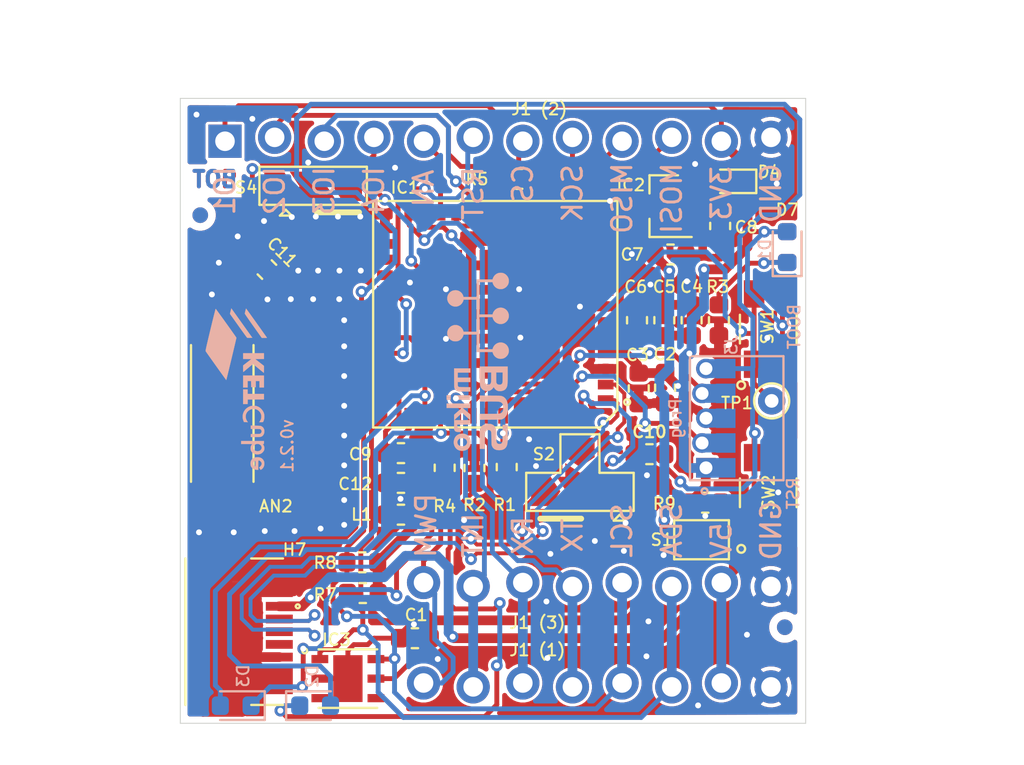
<source format=kicad_pcb>
(kicad_pcb (version 20171130) (host pcbnew "(5.1.8)-1")
  (title_block (title "KETCube mainboard") (date 2021-03-19) (rev I) (company "KET UWB in Pilsen") (comment 2 "Approved by:") (comment 3 "Checked by:") (comment 4 "Author: Ondřej Růžička"))
  (layers (0 F.Cu signal) (31 B.Cu signal) (34 B.Paste user) (35 F.Paste user) (36 B.SilkS user) (37 F.SilkS user) (38 B.Mask user) (39 F.Mask user) (44 Edge.Cuts user))
  (net 0 "")
  (net 1 /ANT)
  (net 2 GND)
  (net 3 +3V3)
  (net 4 "Net-(C7-Pad1)")
  (net 5 "Net-(C8-Pad1)")
  (net 6 "Net-(C12-Pad1)")
  (net 7 /NRST)
  (net 8 "Net-(D1-Pad1)")
  (net 9 /PB6)
  (net 10 "Net-(D2-Pad1)")
  (net 11 /PB7)
  (net 12 "Net-(D3-Pad1)")
  (net 13 /SWDAT)
  (net 14 /SWCLK)
  (net 15 "Net-(H7-Pad4)")
  (net 16 /USB_P)
  (net 17 /USB_N)
  (net 18 "Net-(IC1-Pad48)")
  (net 19 /TCXOMCU_IN)
  (net 20 "Net-(IC1-Pad45)")
  (net 21 /BOOT)
  (net 22 /PB5)
  (net 23 /PB2)
  (net 24 /PB9)
  (net 25 /PB8)
  (net 26 /PA0)
  (net 27 /SRST)
  (net 28 "Net-(IC1-Pad30)")
  (net 29 "Net-(IC1-Pad29)")
  (net 30 "Net-(IC1-Pad28)")
  (net 31 /PA2)
  (net 32 /PA3)
  (net 33 /PA4)
  (net 34 /DIO4)
  (net 35 /PA8)
  (net 36 /PA9)
  (net 37 /PA10)
  (net 38 /PB12)
  (net 39 /PB13)
  (net 40 /PB14)
  (net 41 /PB15)
  (net 42 "Net-(IC1-Pad13)")
  (net 43 "Net-(IC1-Pad12)")
  (net 44 "Net-(IC1-Pad11)")
  (net 45 "Net-(IC1-Pad9)")
  (net 46 "Net-(IC1-Pad8)")
  (net 47 +5V)
  (net 48 /PB7\NRST)
  (net 49 "Net-(IC3-Pad4)")
  (net 50 "Net-(IC3-Pad3)")
  (module SC_Discrete:D_SOD-523 (layer F.Cu) (at 159.8549 87.1982 180)
    (fp_text reference D4 (at -1.8161 0.4826) (layer F.SilkS) (effects (font (size 0.6 0.6) (thickness 0.1))))
    (fp_text value PMEG2010AEB.115 hide)
    (pad 2 smd rect (at -0.7 0) (size 0.6 0.7) (layers F.Cu F.Paste F.Mask) (net 3 +3V3))
    (pad 1 smd rect (at 0.7 0) (size 0.6 0.7) (layers F.Cu F.Paste F.Mask) (net 5 "Net-(C8-Pad1)"))
  )
  (module SC_Modules:CMWX1ZZABZ-078_12.5x11.6mm_Module (layer F.Cu) (at 147.64766 94.00286 180)
    (fp_text reference IC1 (at 4.62026 6.48716) (layer F.SilkS) (effects (font (size 0.6 0.6) (thickness 0.1))))
    (fp_text value CMWX1ZZABZ-078 hide)
    (fp_poly (pts (xy -1.7 -1.7) (xy -1.7 -3.3) (xy -2.8 -3.3) (xy -3.3 -2.8) (xy -3.3 -1.7)) (layer F.Cu) (width 0))
    (pad 49 smd rect (at -2.5 -2.5 180) (size 1 1) (layers F.Cu F.Paste F.Mask) (net 2 GND))
    (pad 57 smd rect (at 2.5 2.5 180) (size 1.6 1.6) (layers F.Cu F.Paste F.Mask) (net 2 GND))
    (pad 56 smd rect (at 0 2.5 180) (size 1.6 1.6) (layers F.Cu F.Paste F.Mask) (net 2 GND))
    (pad 55 smd rect (at -2.5 2.5 180) (size 1.6 1.6) (layers F.Cu F.Paste F.Mask) (net 2 GND))
    (pad 54 smd rect (at 2.5 0 180) (size 1.6 1.6) (layers F.Cu F.Paste F.Mask) (net 2 GND))
    (pad 53 smd rect (at 0 0 180) (size 1.6 1.6) (layers F.Cu F.Paste F.Mask) (net 2 GND))
    (pad 52 smd rect (at -2.5 0 180) (size 1.6 1.6) (layers F.Cu F.Paste F.Mask) (net 2 GND))
    (pad 51 smd rect (at 2.5 -2.5 180) (size 1.6 1.6) (layers F.Cu F.Paste F.Mask) (net 2 GND))
    (pad 50 smd rect (at 0 -2.5 180) (size 1.6 1.6) (layers F.Cu F.Paste F.Mask) (net 2 GND))
    (pad 48 smd rect (at -4.4 -5.2 180) (size 0.5 0.8) (layers F.Cu F.Paste F.Mask) (net 18 "Net-(IC1-Pad48)"))
    (pad 47 smd rect (at -3.6 -5.2 180) (size 0.5 0.8) (layers F.Cu F.Paste F.Mask) (net 19 /TCXOMCU_IN))
    (pad 46 smd rect (at -2.8 -5.2 180) (size 0.5 0.8) (layers F.Cu F.Paste F.Mask) (net 19 /TCXOMCU_IN))
    (pad 45 smd rect (at -2 -5.2 180) (size 0.5 0.8) (layers F.Cu F.Paste F.Mask) (net 20 "Net-(IC1-Pad45)"))
    (pad 44 smd rect (at -1.2 -5.2 180) (size 0.5 0.8) (layers F.Cu F.Paste F.Mask) (net 2 GND))
    (pad 43 smd rect (at -0.4 -5.2 180) (size 0.5 0.8) (layers F.Cu F.Paste F.Mask) (net 21 /BOOT))
    (pad 42 smd rect (at 0.4 -5.2 180) (size 0.5 0.8) (layers F.Cu F.Paste F.Mask) (net 14 /SWCLK))
    (pad 41 smd rect (at 1.2 -5.2 180) (size 0.5 0.8) (layers F.Cu F.Paste F.Mask) (net 13 /SWDAT))
    (pad 40 smd rect (at 2 -5.2 180) (size 0.5 0.8) (layers F.Cu F.Paste F.Mask) (net 22 /PB5))
    (pad 39 smd rect (at 2.8 -5.2 180) (size 0.5 0.8) (layers F.Cu F.Paste F.Mask) (net 9 /PB6))
    (pad 38 smd rect (at 3.6 -5.2 180) (size 0.5 0.8) (layers F.Cu F.Paste F.Mask) (net 11 /PB7))
    (pad 37 smd rect (at 4.4 -5.2 180) (size 0.5 0.8) (layers F.Cu F.Paste F.Mask) (net 23 /PB2))
    (pad 36 smd rect (at 5.65 -4.4 180) (size 0.8 0.5) (layers F.Cu F.Paste F.Mask) (net 24 /PB9))
    (pad 35 smd rect (at 5.65 -3.6 180) (size 0.8 0.5) (layers F.Cu F.Paste F.Mask) (net 25 /PB8))
    (pad 34 smd rect (at 5.65 -2.8 180) (size 0.8 0.5) (layers F.Cu F.Paste F.Mask) (net 7 /NRST))
    (pad 33 smd rect (at 5.65 -2 180) (size 0.8 0.5) (layers F.Cu F.Paste F.Mask) (net 26 /PA0))
    (pad 32 smd rect (at 5.65 -1.2 180) (size 0.8 0.5) (layers F.Cu F.Paste F.Mask) (net 6 "Net-(C12-Pad1)"))
    (pad 31 smd rect (at 5.65 -0.4 180) (size 0.8 0.5) (layers F.Cu F.Paste F.Mask) (net 27 /SRST))
    (pad 30 smd rect (at 5.65 0.4 180) (size 0.8 0.5) (layers F.Cu F.Paste F.Mask) (net 28 "Net-(IC1-Pad30)"))
    (pad 29 smd rect (at 5.65 1.2 180) (size 0.8 0.5) (layers F.Cu F.Paste F.Mask) (net 29 "Net-(IC1-Pad29)"))
    (pad 28 smd rect (at 5.65 2 180) (size 0.8 0.5) (layers F.Cu F.Paste F.Mask) (net 30 "Net-(IC1-Pad28)"))
    (pad 27 smd rect (at 5.65 2.8 180) (size 0.8 0.5) (layers F.Cu F.Paste F.Mask) (net 2 GND))
    (pad 26 smd rect (at 5.65 3.6 180) (size 0.8 0.5) (layers F.Cu F.Paste F.Mask) (net 1 /ANT))
    (pad 25 smd rect (at 5.65 4.4 180) (size 0.8 0.5) (layers F.Cu F.Paste F.Mask) (net 2 GND))
    (pad 24 smd rect (at 4.4 5.2 180) (size 0.5 0.8) (layers F.Cu F.Paste F.Mask) (net 31 /PA2))
    (pad 23 smd rect (at 3.6 5.2 180) (size 0.5 0.8) (layers F.Cu F.Paste F.Mask) (net 32 /PA3))
    (pad 22 smd rect (at 2.8 5.2 180) (size 0.5 0.8) (layers F.Cu F.Paste F.Mask) (net 33 /PA4))
    (pad 21 smd rect (at 2 5.2 180) (size 0.5 0.8) (layers F.Cu F.Paste F.Mask) (net 34 /DIO4))
    (pad 20 smd rect (at 1.2 5.2 180) (size 0.5 0.8) (layers F.Cu F.Paste F.Mask) (net 35 /PA8))
    (pad 19 smd rect (at 0.4 5.2 180) (size 0.5 0.8) (layers F.Cu F.Paste F.Mask) (net 36 /PA9))
    (pad 18 smd rect (at -0.4 5.2 180) (size 0.5 0.8) (layers F.Cu F.Paste F.Mask) (net 37 /PA10))
    (pad 17 smd rect (at -1.2 5.2 180) (size 0.5 0.8) (layers F.Cu F.Paste F.Mask) (net 38 /PB12))
    (pad 16 smd rect (at -2 5.2 180) (size 0.5 0.8) (layers F.Cu F.Paste F.Mask) (net 39 /PB13))
    (pad 15 smd rect (at -2.8 5.2 180) (size 0.5 0.8) (layers F.Cu F.Paste F.Mask) (net 40 /PB14))
    (pad 14 smd rect (at -3.6 5.2 180) (size 0.5 0.8) (layers F.Cu F.Paste F.Mask) (net 41 /PB15))
    (pad 13 smd rect (at -4.4 5.2 180) (size 0.5 0.8) (layers F.Cu F.Paste F.Mask) (net 42 "Net-(IC1-Pad13)"))
    (pad 12 smd rect (at -5.65 4.4 180) (size 0.8 0.5) (layers F.Cu F.Paste F.Mask) (net 43 "Net-(IC1-Pad12)"))
    (pad 11 smd rect (at -5.65 3.6 180) (size 0.8 0.5) (layers F.Cu F.Paste F.Mask) (net 44 "Net-(IC1-Pad11)"))
    (pad 10 smd rect (at -5.65 2.8 180) (size 0.8 0.5) (layers F.Cu F.Paste F.Mask) (net 34 /DIO4))
    (pad 9 smd rect (at -5.65 2 180) (size 0.8 0.5) (layers F.Cu F.Paste F.Mask) (net 45 "Net-(IC1-Pad9)"))
    (pad 8 smd rect (at -5.65 1.2 180) (size 0.8 0.5) (layers F.Cu F.Paste F.Mask) (net 46 "Net-(IC1-Pad8)"))
    (pad 7 smd rect (at -5.65 0.4 180) (size 0.8 0.5) (layers F.Cu F.Paste F.Mask) (net 2 GND))
    (pad 6 smd rect (at -5.65 -0.4 180) (size 0.8 0.5) (layers F.Cu F.Paste F.Mask) (net 3 +3V3))
    (pad 5 smd rect (at -5.65 -1.2 180) (size 0.8 0.5) (layers F.Cu F.Paste F.Mask) (net 3 +3V3))
    (pad 4 smd rect (at -5.65 -2 180) (size 0.8 0.5) (layers F.Cu F.Paste F.Mask) (net 3 +3V3))
    (pad 3 smd rect (at -5.65 -2.8 180) (size 0.8 0.5) (layers F.Cu F.Paste F.Mask) (net 2 GND))
    (pad 2 smd rect (at -5.65 -3.6 180) (size 0.8 0.5) (layers F.Cu F.Paste F.Mask) (net 17 /USB_N))
    (pad 1 smd rect (at -5.65 -4.4 180) (size 0.8 0.5) (layers F.Cu F.Paste F.Mask) (net 16 /USB_P))
  )
  (module SC_Connector:KETCube_microBUS_32x32mm_P2.54mm_VERTICAL_THT (layer F.Cu) (at 143.97766 98.24486 90)
    (fp_text reference J1 hide)
    (fp_text value KETCube_Socket_microBUS hide)
    (fp_text user "%R (1)" (at -12.95514 5.82234 180) (layer F.SilkS) (effects (font (size 0.6 0.6) (thickness 0.1))))
    (fp_text user "%R (2)" (at 14.74486 5.92234) (layer F.SilkS) (effects (font (size 0.6 0.6) (thickness 0.1))))
    (fp_text user "%R (3)" (at -11.55514 5.82234) (layer F.SilkS) (effects (font (size 0.6 0.6) (thickness 0.1))))
    (fp_text user 5V (at -7.339 15.24 90) (layer B.SilkS) (effects (justify mirror)))
    (fp_text user RX (at -7.085 5.08 90) (layer B.SilkS) (effects (justify mirror)))
    (fp_text user INT (at -7.085 2.54 90) (layer B.SilkS) (effects (justify mirror)))
    (fp_text user SDA (at -6.831 12.7 90) (layer B.SilkS) (effects (justify mirror)))
    (fp_text user GND (at -6.831 17.78 90) (layer B.SilkS) (effects (justify mirror)))
    (fp_text user SCL (at -6.831 10.16 90) (layer B.SilkS) (effects (justify mirror)))
    (fp_text user PWM (at -6.577 0.127 90) (layer B.SilkS) (effects (justify mirror)))
    (fp_text user TX (at -7.085 7.62 90) (layer B.SilkS) (effects (justify mirror)))
    (fp_text user IO1 (at 10.56 -10.16 90) (layer B.SilkS) (effects (justify mirror)))
    (fp_text user IO2 (at 10.56 -7.62 90) (layer B.SilkS) (effects (justify mirror)))
    (fp_text user IO3 (at 10.56 -5.08 90) (layer B.SilkS) (effects (justify mirror)))
    (fp_text user IO4 (at 10.56 -2.54 90) (layer B.SilkS) (effects (justify mirror)))
    (fp_text user AN (at 10.687 0 90) (layer B.SilkS) (effects (justify mirror)))
    (fp_text user RST (at 10.433 2.54 90) (layer B.SilkS) (effects (justify mirror)))
    (fp_text user CS (at 10.941 5.08 90) (layer B.SilkS) (effects (justify mirror)))
    (fp_text user SCK (at 10.433 7.62 90) (layer B.SilkS) (effects (justify mirror)))
    (fp_text user MISO (at 10.179 10.16 90) (layer B.SilkS) (effects (justify mirror)))
    (fp_text user MOSI (at 10.179 12.7 90) (layer B.SilkS) (effects (justify mirror)))
    (fp_text user 3V3 (at 10.433 15.24 90) (layer B.SilkS) (effects (justify mirror)))
    (fp_text user GND (at 10.433 17.78 90) (layer B.SilkS) (effects (justify mirror)))
    (pad 20 thru_hole circle (at -9.698 17.78 90) (size 1.7 1.7) (drill 1) (layers *.Cu *.Mask) (net 2 GND))
    (pad 19 thru_hole circle (at -9.498 15.24 90) (size 1.7 1.7) (drill 1) (layers *.Cu *.Mask) (net 47 +5V))
    (pad 13 thru_hole circle (at -9.498 0 90) (size 1.7 1.7) (drill 1) (layers *.Cu *.Mask) (net 23 /PB2))
    (pad 18 thru_hole circle (at -9.698 12.7 90) (size 1.7 1.7) (drill 1) (layers *.Cu *.Mask) (net 24 /PB9))
    (pad 17 thru_hole circle (at -9.498 10.16 90) (size 1.7 1.7) (drill 1) (layers *.Cu *.Mask) (net 25 /PB8))
    (pad 16 thru_hole circle (at -9.698 7.62 90) (size 1.7 1.7) (drill 1) (layers *.Cu *.Mask) (net 31 /PA2))
    (pad 14 thru_hole circle (at -9.698 2.54 90) (size 1.7 1.7) (drill 1) (layers *.Cu *.Mask) (net 22 /PB5))
    (pad 15 thru_hole circle (at -9.498 5.08 90) (size 1.7 1.7) (drill 1) (layers *.Cu *.Mask) (net 32 /PA3))
    (pad 1 thru_hole rect (at 13.1 -10.16 90) (size 1.7 1.7) (drill 1) (layers *.Cu *.Mask) (net 37 /PA10))
    (pad 2 thru_hole circle (at 13.3 -7.62 90) (size 1.7 1.7) (drill 1) (layers *.Cu *.Mask) (net 36 /PA9))
    (pad 3 thru_hole circle (at 13.1 -5.08 90) (size 1.7 1.7) (drill 1) (layers *.Cu *.Mask) (net 35 /PA8))
    (pad 4 thru_hole circle (at 13.3 -2.54 90) (size 1.7 1.7) (drill 1) (layers *.Cu *.Mask) (net 48 /PB7\NRST))
    (pad 5 thru_hole circle (at 13.1 0 90) (size 1.7 1.7) (drill 1) (layers *.Cu *.Mask) (net 33 /PA4))
    (pad 6 thru_hole circle (at 13.3 2.54 90) (size 1.7 1.7) (drill 1) (layers *.Cu *.Mask) (net 26 /PA0))
    (pad 7 thru_hole circle (at 13.1 5.08 90) (size 1.7 1.7) (drill 1) (layers *.Cu *.Mask) (net 38 /PB12))
    (pad 8 thru_hole circle (at 13.3 7.62 90) (size 1.7 1.7) (drill 1) (layers *.Cu *.Mask) (net 39 /PB13))
    (pad 9 thru_hole circle (at 13.1 10.16 90) (size 1.7 1.7) (drill 1) (layers *.Cu *.Mask) (net 40 /PB14))
    (pad 10 thru_hole circle (at 13.3 12.7 90) (size 1.7 1.7) (drill 1) (layers *.Cu *.Mask) (net 41 /PB15))
    (pad 11 thru_hole circle (at 13.1 15.24 90) (size 1.7 1.7) (drill 1) (layers *.Cu *.Mask) (net 3 +3V3))
    (pad 12 thru_hole circle (at 13.3 17.78 90) (size 1.7 1.7) (drill 1) (layers *.Cu *.Mask) (net 2 GND))
    (pad 13 thru_hole circle (at -14.64 0 90) (size 1.7 1.7) (drill 1) (layers *.Cu *.Mask) (net 23 /PB2))
    (pad 14 thru_hole circle (at -14.84 2.54 90) (size 1.7 1.7) (drill 1) (layers *.Cu *.Mask) (net 22 /PB5))
    (pad 15 thru_hole circle (at -14.64 5.08 90) (size 1.7 1.7) (drill 1) (layers *.Cu *.Mask) (net 32 /PA3))
    (pad 16 thru_hole circle (at -14.84 7.62 90) (size 1.7 1.7) (drill 1) (layers *.Cu *.Mask) (net 31 /PA2))
    (pad 17 thru_hole circle (at -14.64 10.16 90) (size 1.7 1.7) (drill 1) (layers *.Cu *.Mask) (net 25 /PB8))
    (pad 18 thru_hole circle (at -14.84 12.7 90) (size 1.7 1.7) (drill 1) (layers *.Cu *.Mask) (net 24 /PB9))
    (pad 19 thru_hole circle (at -14.64 15.24 90) (size 1.7 1.7) (drill 1) (layers *.Cu *.Mask) (net 47 +5V))
    (pad 20 thru_hole circle (at -14.84 17.78 90) (size 1.7 1.7) (drill 1) (layers *.Cu *.Mask) (net 2 GND))
  )
  (module SC_Connector:TMS-105-02-L-S-RA_1x5_P1.27_Horizontal_Offcentered_TestPads (layer B.Cu) (at 158.3309 101.8667 90)
    (fp_text reference J3 (at 6.2865 1.397 270) (layer B.SilkS) (effects (font (size 0.6 0.6) (thickness 0.1)) (justify mirror)))
    (fp_text value TMS-105-02-L-S-RA hide)
    (fp_poly (pts (xy 5.5626 0) (xy 4.5974 0) (xy 4.5974 1.27) (xy 5.5626 1.27)) (layer B.Cu) (width 0))
    (fp_poly (pts (xy 4.2926 -0.2032) (xy 3.3274 -0.2032) (xy 3.3274 1.0668) (xy 4.2926 1.0668)) (layer B.Cu) (width 0))
    (fp_poly (pts (xy 3.0226 0) (xy 2.0574 0) (xy 2.0574 1.27) (xy 3.0226 1.27)) (layer B.Cu) (width 0))
    (fp_poly (pts (xy 0.4826 -0.0508) (xy -0.4826 -0.0508) (xy -0.4826 1.2192) (xy 0.4826 1.2192)) (layer B.Cu) (width 0))
    (fp_poly (pts (xy 1.7526 -0.1524) (xy 0.7874 -0.1524) (xy 0.7874 1.1176) (xy 1.7526 1.1176)) (layer B.Cu) (width 0))
    (pad 05 smd rect (at 5.08 1.11 90) (size 1 1) (layers B.Cu B.Mask) (net 7 /NRST))
    (pad 04 smd rect (at 3.81 1.11 90) (size 1 1) (layers B.Cu B.Mask) (net 13 /SWDAT))
    (pad 03 smd rect (at 2.54 1.11 90) (size 1 1) (layers B.Cu B.Mask) (net 2 GND))
    (pad 02 smd rect (at 1.27 1.11 90) (size 1 1) (layers B.Cu B.Mask) (net 14 /SWCLK))
    (pad 01 smd rect (at 0 1.11 90) (size 1 1) (layers B.Cu B.Mask) (net 3 +3V3))
    (pad 05 thru_hole circle (at 5.08 0.1 90) (size 1.01 1.01) (drill 0.66) (layers *.Cu *.Mask) (net 7 /NRST))
    (pad 04 thru_hole circle (at 3.81 -0.1 90) (size 1.01 1.01) (drill 0.66) (layers *.Cu *.Mask) (net 13 /SWDAT))
    (pad 03 thru_hole circle (at 2.54 0.1 90) (size 1.01 1.01) (drill 0.66) (layers *.Cu *.Mask) (net 2 GND))
    (pad 02 thru_hole circle (at 1.27 -0.1 90) (size 1.01 1.01) (drill 0.66) (layers *.Cu *.Mask) (net 14 /SWCLK))
    (pad 01 thru_hole rect (at 0 0.1 90) (size 1.01 1.01) (drill 0.66) (layers *.Cu *.Mask) (net 3 +3V3))
  )
  (module SC_Passive:C_0603_1608Metric (layer F.Cu) (at 157.6959 94.3102 90)
    (fp_text reference C4 (at 1.7145 0 180) (layer F.SilkS) (effects (font (size 0.6 0.6) (thickness 0.1))))
    (fp_text value GRM188R60J106KE47D hide)
    (pad 2 smd roundrect (at 0.7875 0 90) (size 0.875 0.95) (layers F.Cu F.Paste F.Mask) (net 2 GND))
    (pad 1 smd roundrect (at -0.7875 0 90) (size 0.875 0.95) (layers F.Cu F.Paste F.Mask) (net 3 +3V3))
  )
  (module SC_Mechanic:Fiducial_0.8mm_Mask1.6mm (layer B.Cu) (at 162.4614 110.0302)
    (fp_text reference FID4 hide)
    (fp_text value Fiducial_D0,8mm hide)
    (pad "" smd circle (at 0 0) (size 0.8 0.8) (layers B.Cu B.Mask) (clearance 0.4))
  )
  (module SC_Mechanic:Fiducial_0.8mm_Mask1.6mm (layer B.Cu) (at 132.5514 88.9302)
    (fp_text reference FID3 hide)
    (fp_text value Fiducial_D0,8mm hide)
    (pad "" smd circle (at 0 0) (size 0.8 0.8) (layers B.Cu B.Mask) (clearance 0.4))
  )
  (module SC_Mechanic:Fiducial_0.8mm_Mask1.6mm (layer F.Cu) (at 162.4614 110.0302)
    (fp_text reference FID2 hide)
    (fp_text value Fiducial_D0,8mm hide)
    (pad "" smd circle (at 0 0) (size 0.8 0.8) (layers F.Cu F.Mask) (clearance 0.4))
  )
  (module SC_Mechanic:Fiducial_0.8mm_Mask1.6mm (layer F.Cu) (at 132.5514 88.9302)
    (fp_text reference FID1 hide)
    (fp_text value Fiducial_D0,8mm hide)
    (pad "" smd circle (at 0 0) (size 0.8 0.8) (layers F.Cu F.Mask) (clearance 0.4))
  )
  (module SC_ICs_Digital:PWSON-6-1EP_3x3mm_P1mm (layer F.Cu) (at 140.1064 112.6617)
    (fp_text reference IC3 (at -0.5842 -1.9939) (layer F.SilkS) (effects (font (size 0.6 0.6) (thickness 0.1))))
    (fp_text value HDC2080DMBT hide)
    (pad 7 smd rect (at 0 0) (size 1.5 2.4) (layers F.Cu F.Paste F.Mask) (net 2 GND))
    (pad 4 smd rect (at 1.435 1) (size 0.86 0.42) (layers F.Cu F.Paste F.Mask) (net 49 "Net-(IC3-Pad4)"))
    (pad 6 smd rect (at 1.435 -1) (size 0.86 0.42) (layers F.Cu F.Paste F.Mask) (net 25 /PB8))
    (pad 5 smd rect (at 1.435 0) (size 0.86 0.42) (layers F.Cu F.Paste F.Mask) (net 3 +3V3))
    (pad 3 smd rect (at -1.435 1) (size 0.86 0.42) (layers F.Cu F.Paste F.Mask) (net 50 "Net-(IC3-Pad3)"))
    (pad 1 smd rect (at -1.435 -1) (size 0.86 0.42) (layers F.Cu F.Paste F.Mask) (net 24 /PB9))
    (pad 2 smd rect (at -1.435 0) (size 0.86 0.42) (layers F.Cu F.Paste F.Mask) (net 2 GND))
  )
  (module SC_Mechanic:TestPoint_Pad_d1,4mm (layer F.Cu) (at 161.7914 98.4402)
    (fp_text reference TP1 (at -1.7714 0.1118) (layer F.SilkS) (effects (font (size 0.6 0.6) (thickness 0.1))))
    (fp_text value Testpoint_round_D1,4mm hide)
    (pad 1 thru_hole circle (at 0 0) (size 1.4 1.4) (drill 0.7) (layers *.Cu *.Mask) (net 21 /BOOT))
  )
  (module SC_Discrete:LED_0603_1608Metric (layer F.Cu) (at 162.5854 90.5637 90)
    (fp_text reference D7 (at 1.905 0 180) (layer F.SilkS) (effects (font (size 0.6 0.6) (thickness 0.1))))
    (fp_text value KPTD-1608LVZGCK hide)
    (pad 2 smd roundrect (at 0.7875 0 90) (size 0.875 0.95) (layers F.Cu F.Paste F.Mask) (net 3 +3V3))
    (pad 1 smd roundrect (at -0.7875 0 90) (size 0.875 0.95) (layers F.Cu F.Paste F.Mask) (net 8 "Net-(D1-Pad1)"))
  )
  (module SC_Switches:Panasonic_EVQ-P7J01P (layer F.Cu) (at 161.61766 103.14686 90)
    (fp_text reference SW2 (at 0.01016 0.01524 270) (layer F.SilkS) (effects (font (size 0.6 0.6) (thickness 0.1))))
    (fp_text value EVQ-P7J01P hide)
    (pad 2 smd rect (at 1.8 0.725 90) (size 1.4 1.05) (layers F.Cu F.Paste F.Mask) (net 2 GND))
    (pad 2 smd rect (at -1.8 0.725 90) (size 1.4 1.05) (layers F.Cu F.Paste F.Mask) (net 2 GND))
    (pad 1 smd rect (at 1.8 -0.725 90) (size 1.4 1.05) (layers F.Cu F.Paste F.Mask) (net 7 /NRST))
    (pad 1 smd rect (at -1.8 -0.725 90) (size 1.4 1.05) (layers F.Cu F.Paste F.Mask) (net 7 /NRST))
  )
  (module SC_Switches:Panasonic_EVQ-P7J01P (layer F.Cu) (at 161.61766 94.76486 90)
    (fp_text reference SW1 (at 0.13716 -0.04826 90) (layer F.SilkS) (effects (font (size 0.6 0.6) (thickness 0.1))))
    (fp_text value EVQ-P7J01P hide)
    (pad 2 smd rect (at 1.8 0.725 90) (size 1.4 1.05) (layers F.Cu F.Paste F.Mask) (net 3 +3V3))
    (pad 2 smd rect (at -1.8 0.725 90) (size 1.4 1.05) (layers F.Cu F.Paste F.Mask) (net 3 +3V3))
    (pad 1 smd rect (at 1.8 -0.725 90) (size 1.4 1.05) (layers F.Cu F.Paste F.Mask) (net 21 /BOOT))
    (pad 1 smd rect (at -1.8 -0.725 90) (size 1.4 1.05) (layers F.Cu F.Paste F.Mask) (net 21 /BOOT))
  )
  (module SC_Mechanic:SolderJumper-3_P2.0mm_Open_TrianglePad1.0x1.5mm (layer F.Cu) (at 138.3284 87.4522)
    (fp_text reference S4 (at -3.429 0.0635) (layer F.SilkS) (effects (font (size 0.6 0.6) (thickness 0.1))))
    (fp_text value SolderJumper2POS hide)
    (pad 3 smd custom (at 2 0 180) (size 0.3 0.3) (layers F.Cu F.Mask) (net 11 /PB7) (options (clearance outline) (anchor rect)) (primitives (gr_poly (pts (xy -0.5 -0.75) (xy 0.5 -0.75) (xy 1 0) (xy 0.5 0.75) (xy -0.5 0.75)) (width 0))))
    (pad 2 smd custom (at 0 0) (size 0.3 0.3) (layers F.Cu) (net 48 /PB7\NRST) (options (clearance outline) (anchor rect)) (primitives (gr_poly (pts (xy -1.2 -0.75) (xy 1.2 -0.75) (xy 0.7 0) (xy 1.2 0.75) (xy -1.2 0.75) (xy -0.7 0)) (width 0))))
    (pad 1 smd custom (at -2 0) (size 0.3 0.3) (layers F.Cu F.Mask) (net 7 /NRST) (options (clearance outline) (anchor rect)) (primitives (gr_poly (pts (xy -0.5 -0.75) (xy 0.5 -0.75) (xy 1 0) (xy 0.5 0.75) (xy -0.5 0.75)) (width 0))))
  )
  (module SC_Mechanic:SolderJumper-4_P2.0mm_Open_TrianglePad1.0x1.5mm (layer F.Cu) (at 151.9809 103.0732 180)
    (fp_text reference S2 (at 1.8415 1.905 180) (layer F.SilkS) (effects (font (size 0.6 0.6) (thickness 0.1))))
    (fp_text value SolderJumper3POS hide)
    (pad 2 smd custom (at 0 0.799 270) (size 0.3 0.3) (layers F.Cu F.Mask) (net 18 "Net-(IC1-Pad48)") (options (clearance outline) (anchor rect)) (primitives (gr_poly (pts (xy -0.65 -0.75) (xy 0.5 -0.75) (xy 0.5 0.75) (xy -0.65 0.75) (xy -0.15 0)) (width 0))))
    (pad 4 smd custom (at 0 2.249 270) (size 0.3 0.3) (layers F.Cu F.Mask) (net 9 /PB6) (options (clearance outline) (anchor rect)) (primitives (gr_poly (pts (xy -0.5 -0.75) (xy 0.5 -0.75) (xy 1 0) (xy 0.5 0.75) (xy -0.5 0.75)) (width 0))))
    (pad 3 smd custom (at 2 0) (size 0.3 0.3) (layers F.Cu F.Mask) (net 16 /USB_P) (options (clearance outline) (anchor rect)) (primitives (gr_poly (pts (xy -0.5 -0.75) (xy 0.5 -0.75) (xy 1 0) (xy 0.5 0.75) (xy -0.5 0.75)) (width 0))))
    (pad 2 smd custom (at 0 0 180) (size 0.3 0.3) (layers F.Cu) (net 18 "Net-(IC1-Pad48)") (options (clearance outline) (anchor rect)) (primitives (gr_poly (pts (xy -1.2 -0.75) (xy 1.2 -0.75) (xy 0.7 0) (xy 1.2 0.75) (xy -1.2 0.75) (xy -0.7 0)) (width 0))))
    (pad 1 smd custom (at -2 0 180) (size 0.3 0.3) (layers F.Cu F.Mask) (net 3 +3V3) (options (clearance outline) (anchor rect)) (primitives (gr_poly (pts (xy -0.5 -0.75) (xy 0.5 -0.75) (xy 1 0) (xy 0.5 0.75) (xy -0.5 0.75)) (width 0))))
  )
  (module SC_Mechanic:SolderJumper-2_P1.3mm_Open_TrianglePad1.0x1.5mm (layer F.Cu) (at 158.2039 105.5497)
    (fp_text reference S1 (at -2.032 0 180) (layer F.SilkS) (effects (font (size 0.6 0.6) (thickness 0.1))))
    (fp_text value SolderJumperNO hide)
    (pad 1 smd custom (at -0.725 0) (size 0.3 0.3) (layers F.Cu F.Mask) (net 4 "Net-(C7-Pad1)") (options (clearance outline) (anchor rect)) (primitives (gr_poly (pts (xy -0.5 -0.75) (xy 0.5 -0.75) (xy 1 0) (xy 0.5 0.75) (xy -0.5 0.75)) (width 0))))
    (pad 2 smd custom (at 0.725 0) (size 0.3 0.3) (layers F.Cu F.Mask) (net 47 +5V) (options (clearance outline) (anchor rect)) (primitives (gr_poly (pts (xy -0.65 -0.75) (xy 0.5 -0.75) (xy 0.5 0.75) (xy -0.65 0.75) (xy -0.15 0)) (width 0))))
  )
  (module SC_Passive:R_0603_1608Metric (layer F.Cu) (at 158.3944 103.65486)
    (fp_text reference R9 (at -2.0955 0.05334 180) (layer F.SilkS) (effects (font (size 0.6 0.6) (thickness 0.1))))
    (fp_text value ERJ3EKF1002V hide)
    (pad 2 smd roundrect (at 0.7875 0) (size 0.875 0.95) (layers F.Cu F.Paste F.Mask) (net 7 /NRST))
    (pad 1 smd roundrect (at -0.7875 0) (size 0.875 0.95) (layers F.Cu F.Paste F.Mask) (net 3 +3V3))
  )
  (module SC_Passive:R_0603_1608Metric (layer F.Cu) (at 140.843 106.7054 180)
    (fp_text reference R8 (at 1.905 -0.0254) (layer F.SilkS) (effects (font (size 0.6 0.6) (thickness 0.1))))
    (fp_text value ERJ3EKF2201V hide)
    (pad 2 smd roundrect (at 0.7875 0 180) (size 0.875 0.95) (layers F.Cu F.Paste F.Mask) (net 25 /PB8))
    (pad 1 smd roundrect (at -0.7875 0 180) (size 0.875 0.95) (layers F.Cu F.Paste F.Mask) (net 3 +3V3))
  )
  (module SC_Passive:R_0603_1608Metric (layer F.Cu) (at 140.8684 108.2802 180)
    (fp_text reference R7 (at 1.9304 -0.0762) (layer F.SilkS) (effects (font (size 0.6 0.6) (thickness 0.1))))
    (fp_text value ERJ3EKF2201V hide)
    (pad 2 smd roundrect (at 0.7875 0 180) (size 0.875 0.95) (layers F.Cu F.Paste F.Mask) (net 24 /PB9))
    (pad 1 smd roundrect (at -0.7875 0 180) (size 0.875 0.95) (layers F.Cu F.Paste F.Mask) (net 3 +3V3))
  )
  (module SC_Passive:R_0603_1608Metric (layer F.Cu) (at 148.8694 87.0712 180)
    (fp_text reference R5 (at 2.159 -0.01016) (layer F.SilkS) (effects (font (size 0.6 0.6) (thickness 0.1))))
    (fp_text value ERJ3EKF1002V hide)
    (pad 2 smd roundrect (at 0.7875 0 180) (size 0.875 0.95) (layers F.Cu F.Paste F.Mask) (net 37 /PA10))
    (pad 1 smd roundrect (at -0.7875 0 180) (size 0.875 0.95) (layers F.Cu F.Paste F.Mask) (net 3 +3V3))
  )
  (module SC_Passive:R_0603_1608Metric (layer F.Cu) (at 145.0594 101.8667 90)
    (fp_text reference R4 (at -1.9685 0 180) (layer F.SilkS) (effects (font (size 0.6 0.6) (thickness 0.1))))
    (fp_text value ERJ3EKF3300V hide)
    (pad 2 smd roundrect (at 0.7875 0 90) (size 0.875 0.95) (layers F.Cu F.Paste F.Mask) (net 2 GND))
    (pad 1 smd roundrect (at -0.7875 0 90) (size 0.875 0.95) (layers F.Cu F.Paste F.Mask) (net 12 "Net-(D3-Pad1)"))
  )
  (module SC_Passive:R_0603_1608Metric (layer F.Cu) (at 159.0929 94.3102 270)
    (fp_text reference R3 (at -1.7145 0.0635 180) (layer F.SilkS) (effects (font (size 0.6 0.6) (thickness 0.1))))
    (fp_text value ERJ3EKF3300V hide)
    (pad 2 smd roundrect (at 0.7875 0 270) (size 0.875 0.95) (layers F.Cu F.Paste F.Mask) (net 2 GND))
    (pad 1 smd roundrect (at -0.7875 0 270) (size 0.875 0.95) (layers F.Cu F.Paste F.Mask) (net 8 "Net-(D1-Pad1)"))
  )
  (module SC_Passive:R_0603_1608Metric (layer F.Cu) (at 146.5834 101.87686 90)
    (fp_text reference R2 (at -1.89484 0 180) (layer F.SilkS) (effects (font (size 0.6 0.6) (thickness 0.1))))
    (fp_text value ERJ3EKF7500V hide)
    (pad 2 smd roundrect (at 0.7875 0 90) (size 0.875 0.95) (layers F.Cu F.Paste F.Mask) (net 2 GND))
    (pad 1 smd roundrect (at -0.7875 0 90) (size 0.875 0.95) (layers F.Cu F.Paste F.Mask) (net 10 "Net-(D2-Pad1)"))
  )
  (module SC_Passive:R_0603_1608Metric (layer F.Cu) (at 148.2344 101.8287 270)
    (fp_text reference R1 (at 1.9303 0.1016 180) (layer F.SilkS) (effects (font (size 0.6 0.6) (thickness 0.1))))
    (fp_text value ERJ3EKF1002V hide)
    (pad 2 smd roundrect (at 0.7875 0 270) (size 0.875 0.95) (layers F.Cu F.Paste F.Mask) (net 2 GND))
    (pad 1 smd roundrect (at -0.7875 0 270) (size 0.875 0.95) (layers F.Cu F.Paste F.Mask) (net 21 /BOOT))
  )
  (module SC_Passive:L_0603_1608Metric (layer F.Cu) (at 142.82166 104.267)
    (fp_text reference L1 (at -2.01676 -0.01016 180) (layer F.SilkS) (effects (font (size 0.6 0.6) (thickness 0.1))))
    (fp_text value 742792664 hide)
    (pad 2 smd roundrect (at 0.7875 0) (size 0.875 0.95) (layers F.Cu F.Paste F.Mask) (net 3 +3V3))
    (pad 1 smd roundrect (at -0.7875 0) (size 0.875 0.95) (layers F.Cu F.Paste F.Mask) (net 6 "Net-(C12-Pad1)"))
  )
  (module SC_ICs_Analog:SOT-23 (layer F.Cu) (at 156.2989 88.4682 180)
    (fp_text reference IC2 (at 1.7145 1.0795) (layer F.SilkS) (effects (font (size 0.6 0.6) (thickness 0.1))))
    (fp_text value MCP1700T-3302E_TT hide)
    (pad 3 smd rect (at 1 0 180) (size 0.9 0.8) (layers F.Cu F.Paste F.Mask) (net 4 "Net-(C7-Pad1)"))
    (pad 2 smd rect (at -1 0.95 180) (size 0.9 0.8) (layers F.Cu F.Paste F.Mask) (net 5 "Net-(C8-Pad1)"))
    (pad 1 smd rect (at -1 -0.95 180) (size 0.9 0.8) (layers F.Cu F.Paste F.Mask) (net 2 GND))
  )
  (module SC_Connector:USB_Micro-B_Hirose_ZX62WD1-B-5PC_Horizontal (layer F.Cu) (at 134.69366 110.25886 270)
    (fp_text reference H7 (at -4.20116 -2.68224 180) (layer F.SilkS) (effects (font (size 0.6 0.6) (thickness 0.1))))
    (fp_text value 47346-1001 hide)
    (pad 11 smd rect (at 3.375 0.756) (size 1.3 1.65) (layers F.Cu F.Paste F.Mask) (net 2 GND))
    (pad 10 smd rect (at -3.375 0.756) (size 1.3 1.65) (layers F.Cu F.Paste F.Mask) (net 2 GND))
    (pad 9 smd rect (at 1.55 0.756 270) (size 1 1.9) (layers F.Cu F.Paste F.Mask) (net 2 GND))
    (pad 8 smd rect (at -1.15 0.756 270) (size 1.8 1.9) (layers F.Cu F.Paste F.Mask) (net 2 GND))
    (pad 7 smd rect (at -2.487 -1.544 270) (size 1.425 2.1) (layers F.Cu F.Paste F.Mask) (net 2 GND))
    (pad 6 smd rect (at 2.487 -1.544 270) (size 1.425 2.1) (layers F.Cu F.Paste F.Mask) (net 2 GND))
    (pad 5 smd rect (at 1.3 -1.903 270) (size 0.45 1.38) (layers F.Cu F.Paste F.Mask) (net 2 GND))
    (pad 4 smd rect (at 0.65 -1.903 270) (size 0.45 1.38) (layers F.Cu F.Paste F.Mask) (net 15 "Net-(H7-Pad4)"))
    (pad 3 smd rect (at 0 -1.903 270) (size 0.45 1.38) (layers F.Cu F.Paste F.Mask) (net 16 /USB_P))
    (pad 2 smd rect (at -0.65 -1.903 270) (size 0.45 1.38) (layers F.Cu F.Paste F.Mask) (net 17 /USB_N))
    (pad 1 smd rect (at -1.3 -1.903 270) (size 0.45 1.38) (layers F.Cu F.Paste F.Mask) (net 4 "Net-(C7-Pad1)"))
  )
  (module SC_Discrete:LED_0603_1608Metric (layer B.Cu) (at 134.366 114.046 180)
    (fp_text reference D3 (at -0.381 1.524 90) (layer B.SilkS) (effects (font (size 0.6 0.6) (thickness 0.1)) (justify mirror)))
    (fp_text value KPTD-1608LVZGCK hide)
    (pad 2 smd roundrect (at 0.7875 0 180) (size 0.875 0.95) (layers B.Cu B.Paste B.Mask) (net 11 /PB7))
    (pad 1 smd roundrect (at -0.7875 0 180) (size 0.875 0.95) (layers B.Cu B.Paste B.Mask) (net 12 "Net-(D3-Pad1)"))
  )
  (module SC_Discrete:LED_0603_1608Metric (layer B.Cu) (at 138.43 114.046)
    (fp_text reference D2 (at -0.1524 -1.4986 90) (layer B.SilkS) (effects (font (size 0.6 0.6) (thickness 0.1)) (justify mirror)))
    (fp_text value KPTD-1608LVSECK-J3-PF hide)
    (pad 2 smd roundrect (at 0.7875 0) (size 0.875 0.95) (layers B.Cu B.Paste B.Mask) (net 9 /PB6))
    (pad 1 smd roundrect (at -0.7875 0) (size 0.875 0.95) (layers B.Cu B.Paste B.Mask) (net 10 "Net-(D2-Pad1)"))
  )
  (module SC_Discrete:LED_0603_1608Metric (layer B.Cu) (at 162.5854 90.5637 90)
    (fp_text reference D1 (at -0.1651 -1.143 270) (layer B.SilkS) (effects (font (size 0.6 0.6) (thickness 0.1)) (justify mirror)))
    (fp_text value KPTD-1608LVZGCK hide)
    (pad 2 smd roundrect (at 0.7875 0 90) (size 0.875 0.95) (layers B.Cu B.Paste B.Mask) (net 3 +3V3))
    (pad 1 smd roundrect (at -0.7875 0 90) (size 0.875 0.95) (layers B.Cu B.Paste B.Mask) (net 8 "Net-(D1-Pad1)"))
  )
  (module SC_Passive:C_0603_1608Metric (layer F.Cu) (at 142.82166 102.63886)
    (fp_text reference C12 (at -2.33426 0.05334 180) (layer F.SilkS) (effects (font (size 0.6 0.6) (thickness 0.1))))
    (fp_text value C1608X7R1H104K080AA hide)
    (pad 2 smd roundrect (at 0.7875 0) (size 0.875 0.95) (layers F.Cu F.Paste F.Mask) (net 2 GND))
    (pad 1 smd roundrect (at -0.7875 0) (size 0.875 0.95) (layers F.Cu F.Paste F.Mask) (net 6 "Net-(C12-Pad1)"))
  )
  (module SC_Passive:C_0603_1608Metric (layer F.Cu) (at 135.96366 91.71686 315)
    (fp_text reference C11 (at -0.08621 -1.185394 135) (layer F.SilkS) (effects (font (size 0.6 0.6) (thickness 0.1))))
    (fp_text value GRM1885C1H100JA01D hide)
    (pad 2 smd roundrect (at 0.7875 0 315) (size 0.875 0.95) (layers F.Cu F.Paste F.Mask) (net 2 GND))
    (pad 1 smd roundrect (at -0.7875 0 315) (size 0.875 0.95) (layers F.Cu F.Paste F.Mask) (net 1 /ANT))
  )
  (module SC_Passive:C_0603_1608Metric (layer F.Cu) (at 155.5369 101.1682 180)
    (fp_text reference C10 (at 0 1.143) (layer F.SilkS) (effects (font (size 0.6 0.6) (thickness 0.12))))
    (fp_text value C1608X7R1H104K080AA hide)
    (pad 2 smd roundrect (at 0.7875 0 180) (size 0.875 0.95) (layers F.Cu F.Paste F.Mask) (net 2 GND))
    (pad 1 smd roundrect (at -0.7875 0 180) (size 0.875 0.95) (layers F.Cu F.Paste F.Mask) (net 7 /NRST))
  )
  (module SC_Passive:C_0603_1608Metric (layer F.Cu) (at 142.82166 101.11486)
    (fp_text reference C9 (at -2.08026 0.05334 180) (layer F.SilkS) (effects (font (size 0.6 0.6) (thickness 0.1))))
    (fp_text value C1608X7R1C105K hide)
    (pad 2 smd roundrect (at 0.7875 0) (size 0.875 0.95) (layers F.Cu F.Paste F.Mask) (net 2 GND))
    (pad 1 smd roundrect (at -0.7875 0) (size 0.875 0.95) (layers F.Cu F.Paste F.Mask) (net 6 "Net-(C12-Pad1)"))
  )
  (module SC_Passive:C_0603_1608Metric (layer F.Cu) (at 159.1564 89.4842 270)
    (fp_text reference C8 (at 0.0635 -1.3335) (layer F.SilkS) (effects (font (size 0.6 0.6) (thickness 0.1))))
    (fp_text value C1608X7R1C105K hide)
    (pad 2 smd roundrect (at 0.7875 0 270) (size 0.875 0.95) (layers F.Cu F.Paste F.Mask) (net 2 GND))
    (pad 1 smd roundrect (at -0.7875 0 270) (size 0.875 0.95) (layers F.Cu F.Paste F.Mask) (net 5 "Net-(C8-Pad1)"))
  )
  (module SC_Passive:C_0603_1608Metric (layer F.Cu) (at 156.6164 90.9447)
    (fp_text reference C7 (at -1.9685 0) (layer F.SilkS) (effects (font (size 0.6 0.6) (thickness 0.1))))
    (fp_text value C1608X7R1C105K hide)
    (pad 2 smd roundrect (at 0.7875 0) (size 0.875 0.95) (layers F.Cu F.Paste F.Mask) (net 2 GND))
    (pad 1 smd roundrect (at -0.7875 0) (size 0.875 0.95) (layers F.Cu F.Paste F.Mask) (net 4 "Net-(C7-Pad1)"))
  )
  (module SC_Passive:C_0603_1608Metric (layer F.Cu) (at 154.9019 94.3102 90)
    (fp_text reference C6 (at 1.7145 -0.0635 180) (layer F.SilkS) (effects (font (size 0.6 0.6) (thickness 0.1))))
    (fp_text value C1608X7R1H104K080AA hide)
    (pad 2 smd roundrect (at 0.7875 0 90) (size 0.875 0.95) (layers F.Cu F.Paste F.Mask) (net 2 GND))
    (pad 1 smd roundrect (at -0.7875 0 90) (size 0.875 0.95) (layers F.Cu F.Paste F.Mask) (net 3 +3V3))
  )
  (module SC_Passive:C_0603_1608Metric (layer F.Cu) (at 156.2989 94.3102 90)
    (fp_text reference C5 (at 1.7145 0 180) (layer F.SilkS) (effects (font (size 0.6 0.6) (thickness 0.1))))
    (fp_text value C1608X7R1C105K hide)
    (pad 2 smd roundrect (at 0.7875 0 90) (size 0.875 0.95) (layers F.Cu F.Paste F.Mask) (net 2 GND))
    (pad 1 smd roundrect (at -0.7875 0 90) (size 0.875 0.95) (layers F.Cu F.Paste F.Mask) (net 3 +3V3))
  )
  (module SC_Passive:C_0603_1608Metric (layer F.Cu) (at 154.9908 97.8027 270)
    (fp_text reference C3 (at -1.7145 0.0635 180) (layer F.SilkS) (effects (font (size 0.6 0.6) (thickness 0.1))))
    (fp_text value C1608X7R1H104K080AA hide)
    (pad 2 smd roundrect (at 0.7875 0 270) (size 0.875 0.95) (layers F.Cu F.Paste F.Mask) (net 2 GND))
    (pad 1 smd roundrect (at -0.7875 0 270) (size 0.875 0.95) (layers F.Cu F.Paste F.Mask) (net 3 +3V3))
  )
  (module SC_Passive:C_0603_1608Metric (layer F.Cu) (at 156.337 97.7646 270)
    (fp_text reference C2 (at -1.7145 0 180) (layer F.SilkS) (effects (font (size 0.6 0.6) (thickness 0.1))))
    (fp_text value GRM188R60J106KE47D hide)
    (pad 2 smd roundrect (at 0.7875 0 270) (size 0.875 0.95) (layers F.Cu F.Paste F.Mask) (net 2 GND))
    (pad 1 smd roundrect (at -0.7875 0 270) (size 0.875 0.95) (layers F.Cu F.Paste F.Mask) (net 3 +3V3))
  )
  (module SC_Passive:C_0603_1608Metric (layer F.Cu) (at 143.5354 110.5916 180)
    (fp_text reference C1 (at -0.0646 1.1916) (layer F.SilkS) (effects (font (size 0.6 0.6) (thickness 0.1))))
    (fp_text value C1608X7R1H104K080AA hide)
    (pad 2 smd roundrect (at 0.7875 0 180) (size 0.875 0.95) (layers F.Cu F.Paste F.Mask) (net 2 GND))
    (pad 1 smd roundrect (at -0.7875 0 180) (size 0.875 0.95) (layers F.Cu F.Paste F.Mask) (net 3 +3V3))
  )
  (module SC_Modules:Pulse_W3214_10x3.2x5mm (layer F.Cu) (at 133.67766 99.08286 90)
    (fp_text reference AN2 (at -4.75234 2.74574 unlocked) (layer F.SilkS) (effects (font (size 0.6 0.6) (thickness 0.1))))
    (fp_text value W3214 hide)
    (pad 2 smd rect (at 4.6 0.9 90) (size 1.7 1.45) (layers F.Cu F.Paste F.Mask) (net 1 /ANT))
    (pad 1 smd rect (at 4.6 -0.9 90) (size 1.7 1.45) (layers F.Cu F.Paste F.Mask) (net 2 GND))
    (pad 3 smd rect (at -4.6 0 90) (size 1.7 3.2) (layers F.Cu F.Paste F.Mask) (net 2 GND))
  )
  (gr_text v0.2.1 (at 137.0076 100.7491 90) (layer B.SilkS) (effects (font (size 0.6 0.6) (thickness 0.1)) (justify mirror)))
  (gr_text BOT (at 133.3 87.1) (layer B.Cu) (effects (font (size 0.8 0.8) (thickness 0.2)) (justify mirror)))
  (gr_text TOP (at 133.3 87.1) (layer F.Cu) (effects (font (size 0.8 0.8) (thickness 0.2))))
  (gr_text RST (at 162.8902 103.1748 90) (layer B.SilkS) (effects (font (size 0.6 0.6) (thickness 0.1)) (justify mirror)))
  (gr_text BOOT (at 162.941 94.6404 90) (layer B.SilkS) (effects (font (size 0.6 0.6) (thickness 0.1)) (justify mirror)))
  (gr_text Prog (at 156.8704 99.3394 90) (layer B.SilkS) (effects (font (size 0.6 0.6) (thickness 0.1)) (justify mirror)))
  (gr_line (start 149.9489 104.4702) (end 152.0444 104.4702) (layer F.SilkS) (width 0.3))
  (gr_line (start 138.5189 88.7857) (end 140.6779 88.7857) (layer F.SilkS) (width 0.3))
  (gr_line (start 163.5314 114.9502) (end 131.5314 114.9502) (layer Edge.Cuts) (width 0.05))
  (gr_line (start 163.5314 82.9502) (end 163.5314 114.9502) (layer Edge.Cuts) (width 0.05))
  (gr_line (start 131.5314 82.9502) (end 163.5314 82.9502) (layer Edge.Cuts) (width 0.05))
  (gr_line (start 131.5314 114.9502) (end 131.5314 82.9502) (layer Edge.Cuts) (width 0.05))
  (segment (start 141.99766 90.40286) (end 140.7314 90.40286) (width 0.4) (layer F.Cu) (net 1))
  (segment (start 135.623133 91.109966) (end 135.708952 91.028258) (width 1.4) (layer F.Cu) (net 1))
  (segment (start 135.708952 91.028258) (end 135.798678 90.95086) (width 1.4) (layer F.Cu) (net 1))
  (segment (start 135.798678 90.95086) (end 135.892094 90.877958) (width 1.4) (layer F.Cu) (net 1))
  (segment (start 135.892094 90.877958) (end 135.988974 90.809727) (width 1.4) (layer F.Cu) (net 1))
  (segment (start 135.988974 90.809727) (end 136.089085 90.746332) (width 1.4) (layer F.Cu) (net 1))
  (segment (start 136.089085 90.746332) (end 136.192187 90.687926) (width 1.4) (layer F.Cu) (net 1))
  (segment (start 136.192187 90.687926) (end 136.29803 90.634649) (width 1.4) (layer F.Cu) (net 1))
  (segment (start 136.29803 90.634649) (end 136.40636 90.58663) (width 1.4) (layer F.Cu) (net 1))
  (segment (start 136.40636 90.58663) (end 136.516915 90.543984) (width 1.4) (layer F.Cu) (net 1))
  (segment (start 136.516915 90.543984) (end 136.62943 90.506814) (width 1.4) (layer F.Cu) (net 1))
  (segment (start 136.62943 90.506814) (end 136.743633 90.47521) (width 1.4) (layer F.Cu) (net 1))
  (segment (start 136.743633 90.47521) (end 136.85925 90.449247) (width 1.4) (layer F.Cu) (net 1))
  (segment (start 136.85925 90.449247) (end 136.976001 90.428989) (width 1.4) (layer F.Cu) (net 1))
  (segment (start 136.976001 90.428989) (end 137.093605 90.414484) (width 1.4) (layer F.Cu) (net 1))
  (segment (start 137.093605 90.414484) (end 137.21178 90.405767) (width 1.4) (layer F.Cu) (net 1))
  (segment (start 137.21178 90.405767) (end 137.33024 90.40286) (width 1.4) (layer F.Cu) (net 1))
  (segment (start 137.33024 90.40286) (end 140.6314 90.40286) (width 1.4) (layer F.Cu) (net 1))
  (segment (start 134.57766 93.15544) (end 134.57766 94.48286) (width 1.4) (layer F.Cu) (net 1))
  (segment (start 134.57766 93.15544) (end 134.580567 93.03698) (width 1.4) (layer F.Cu) (net 1))
  (segment (start 134.580567 93.03698) (end 134.589284 92.918805) (width 1.4) (layer F.Cu) (net 1))
  (segment (start 134.589284 92.918805) (end 134.603789 92.801201) (width 1.4) (layer F.Cu) (net 1))
  (segment (start 134.603789 92.801201) (end 134.624047 92.684449) (width 1.4) (layer F.Cu) (net 1))
  (segment (start 134.624047 92.684449) (end 134.65001 92.568833) (width 1.4) (layer F.Cu) (net 1))
  (segment (start 134.65001 92.568833) (end 134.681614 92.45463) (width 1.4) (layer F.Cu) (net 1))
  (segment (start 134.681614 92.45463) (end 134.718784 92.342115) (width 1.4) (layer F.Cu) (net 1))
  (segment (start 134.718784 92.342115) (end 134.76143 92.231559) (width 1.4) (layer F.Cu) (net 1))
  (segment (start 134.76143 92.231559) (end 134.809449 92.123229) (width 1.4) (layer F.Cu) (net 1))
  (segment (start 134.809449 92.123229) (end 134.862726 92.017386) (width 1.4) (layer F.Cu) (net 1))
  (segment (start 134.862726 92.017386) (end 134.921132 91.914285) (width 1.4) (layer F.Cu) (net 1))
  (segment (start 134.921132 91.914285) (end 134.984527 91.814173) (width 1.4) (layer F.Cu) (net 1))
  (segment (start 134.984527 91.814173) (end 135.052757 91.717293) (width 1.4) (layer F.Cu) (net 1))
  (segment (start 135.052757 91.717293) (end 135.12566 91.623877) (width 1.4) (layer F.Cu) (net 1))
  (segment (start 135.12566 91.623877) (end 135.203058 91.534151) (width 1.4) (layer F.Cu) (net 1))
  (segment (start 135.203058 91.534151) (end 135.284766 91.448332) (width 1.4) (layer F.Cu) (net 1))
  (segment (start 135.284766 91.448332) (end 135.623133 91.109966) (width 1.4) (layer F.Cu) (net 1))
  (via (at 157.454608 92.3163) (size 0.6) (drill 0.3) (layers F.Cu B.Cu) (net 2))
  (via (at 158.394408 104.3305) (size 0.6) (drill 0.3) (layers F.Cu B.Cu) (net 2))
  (via (at 155.587708 92.4814) (size 0.6) (drill 0.3) (layers F.Cu B.Cu) (net 2))
  (via (at 138.074408 86.233) (size 0.6) (drill 0.3) (layers F.Cu B.Cu) (net 2))
  (via (at 150.317208 111.6076) (size 0.6) (drill 0.3) (layers F.Cu B.Cu) (net 2))
  (via (at 150.266408 108.712) (size 0.6) (drill 0.3) (layers F.Cu B.Cu) (net 2))
  (via (at 158.026108 114.0333) (size 0.6) (drill 0.3) (layers F.Cu B.Cu) (net 2))
  (via (at 156.260808 106.3371) (size 0.6) (drill 0.3) (layers F.Cu B.Cu) (net 2))
  (via (at 155.486108 109.728) (size 0.6) (drill 0.3) (layers F.Cu B.Cu) (net 2))
  (via (at 155.384508 111.5187) (size 0.6) (drill 0.3) (layers F.Cu B.Cu) (net 2))
  (via (at 160.528008 110.4138) (size 0.6) (drill 0.3) (layers F.Cu B.Cu) (net 2))
  (via (at 162.128208 103.124) (size 0.6) (drill 0.3) (layers F.Cu B.Cu) (net 2))
  (via (at 154.317708 104.6861) (size 0.6) (drill 0.3) (layers F.Cu B.Cu) (net 2))
  (via (at 154.228808 106.1212) (size 0.6) (drill 0.3) (layers F.Cu B.Cu) (net 2))
  (via (at 150.469608 106.2736) (size 0.6) (drill 0.3) (layers F.Cu B.Cu) (net 2))
  (via (at 149.733008 101.7778) (size 0.6) (drill 0.3) (layers F.Cu B.Cu) (net 2))
  (via (at 143.281408 92.3798) (size 0.6) (drill 0.3) (layers F.Cu B.Cu) (net 2))
  (via (at 132.359408 83.7819) (size 0.6) (drill 0.3) (layers F.Cu B.Cu) (net 2))
  (via (at 135.216908 83.9978) (size 0.6) (drill 0.3) (layers F.Cu B.Cu) (net 2))
  (via (at 161.569408 95.2119) (size 0.6) (drill 0.3) (layers F.Cu B.Cu) (net 2))
  (via (at 162.052008 87.3125) (size 0.6) (drill 0.3) (layers F.Cu B.Cu) (net 2))
  (via (at 153.517608 88.2015) (size 0.6) (drill 0.3) (layers F.Cu B.Cu) (net 2))
  (via (at 154.635208 90.9193) (size 0.6) (drill 0.3) (layers F.Cu B.Cu) (net 2))
  (via (at 157.873708 86.3092) (size 0.6) (drill 0.3) (layers F.Cu B.Cu) (net 2))
  (via (at 144.7038 111.6584) (size 0.6) (drill 0.3) (layers F.Cu B.Cu) (net 2))
  (via (at 142.7988 103.4542) (size 0.6) (drill 0.3) (layers F.Cu B.Cu) (net 2))
  (via (at 146.05 104.5464) (size 0.6) (drill 0.3) (layers F.Cu B.Cu) (net 2))
  (via (at 148.8694 92.7227) (size 0.6) (drill 0.3) (layers F.Cu B.Cu) (net 2))
  (via (at 148.9329 95.1992) (size 0.6) (drill 0.3) (layers F.Cu B.Cu) (net 2))
  (via (at 142.519408 86.4997) (size 0.6) (drill 0.3) (layers F.Cu B.Cu) (net 2))
  (via (at 152.742908 105.6132) (size 0.6) (drill 0.3) (layers F.Cu B.Cu) (net 2))
  (via (at 133.1468 92.9894) (size 0.6) (drill 0.3) (layers F.Cu B.Cu) (net 2))
  (via (at 140.74068 89.00286) (size 0.6) (drill 0.3) (layers F.Cu B.Cu) (net 2))
  (via (at 140.76608 91.77146) (size 0.6) (drill 0.3) (layers F.Cu B.Cu) (net 2))
  (via (at 137.56568 91.77146) (size 0.6) (drill 0.3) (layers F.Cu B.Cu) (net 2))
  (via (at 135.99088 93.24466) (size 0.6) (drill 0.3) (layers F.Cu B.Cu) (net 2))
  (via (at 135.8138 89.2302) (size 0.6) (drill 0.3) (layers F.Cu B.Cu) (net 2))
  (via (at 134.4676 90.0176) (size 0.6) (drill 0.3) (layers F.Cu B.Cu) (net 2))
  (via (at 133.5024 91.3638) (size 0.6) (drill 0.3) (layers F.Cu B.Cu) (net 2))
  (via (at 137.1854 93.2307) (size 0.6) (drill 0.3) (layers F.Cu B.Cu) (net 2))
  (via (at 138.3284 93.2307) (size 0.6) (drill 0.3) (layers F.Cu B.Cu) (net 2))
  (via (at 139.6619 93.2307) (size 0.6) (drill 0.3) (layers F.Cu B.Cu) (net 2))
  (via (at 139.9159 94.3102) (size 0.6) (drill 0.3) (layers F.Cu B.Cu) (net 2))
  (via (at 139.9159 95.6437) (size 0.6) (drill 0.3) (layers F.Cu B.Cu) (net 2))
  (via (at 139.9159 97.1677) (size 0.6) (drill 0.3) (layers F.Cu B.Cu) (net 2))
  (via (at 139.9159 98.6917) (size 0.6) (drill 0.3) (layers F.Cu B.Cu) (net 2))
  (via (at 139.9159 100.2157) (size 0.6) (drill 0.3) (layers F.Cu B.Cu) (net 2))
  (via (at 139.9159 101.7397) (size 0.6) (drill 0.3) (layers F.Cu B.Cu) (net 2))
  (via (at 139.9159 103.5177) (size 0.6) (drill 0.3) (layers F.Cu B.Cu) (net 2))
  (via (at 139.9159 104.7877) (size 0.6) (drill 0.3) (layers F.Cu B.Cu) (net 2))
  (via (at 138.7094 104.9782) (size 0.6) (drill 0.3) (layers F.Cu B.Cu) (net 2))
  (via (at 137.3759 105.1052) (size 0.6) (drill 0.3) (layers F.Cu B.Cu) (net 2))
  (via (at 135.8519 105.1052) (size 0.6) (drill 0.3) (layers F.Cu B.Cu) (net 2))
  (via (at 132.4864 105.1687) (size 0.6) (drill 0.3) (layers F.Cu B.Cu) (net 2))
  (via (at 134.2644 105.1687) (size 0.6) (drill 0.3) (layers F.Cu B.Cu) (net 2))
  (via (at 138.5824 91.7702) (size 0.6) (drill 0.3) (layers F.Cu B.Cu) (net 2))
  (via (at 139.6746 91.7702) (size 0.6) (drill 0.3) (layers F.Cu B.Cu) (net 2))
  (via (at 139.59768 89.00286) (size 0.6) (drill 0.3) (layers F.Cu B.Cu) (net 2))
  (via (at 138.46396 89.00286) (size 0.6) (drill 0.3) (layers F.Cu B.Cu) (net 2))
  (via (at 137.2362 89.027) (size 0.6) (drill 0.3) (layers F.Cu B.Cu) (net 2))
  (segment (start 136.23766 107.77186) (end 134.82566 107.77186) (width 0.5) (layer F.Cu) (net 2))
  (segment (start 136.23766 112.74586) (end 135.38674 112.74586) (width 0.5) (layer F.Cu) (net 2))
  (segment (start 134.49874 113.63386) (end 133.93766 113.63386) (width 0.5) (layer F.Cu) (net 2))
  (segment (start 135.38674 112.74586) (end 134.49874 113.63386) (width 0.5) (layer F.Cu) (net 2))
  (segment (start 134.18766 111.55886) (end 133.93766 111.80886) (width 0.5) (layer F.Cu) (net 2))
  (segment (start 136.59666 111.55886) (end 134.18766 111.55886) (width 0.5) (layer F.Cu) (net 2))
  (via (at 151.9809 93.6117) (size 0.6) (drill 0.3) (layers F.Cu B.Cu) (net 2))
  (segment (start 151.98974 93.60286) (end 151.9809 93.6117) (width 0.25) (layer F.Cu) (net 2))
  (segment (start 153.29766 93.60286) (end 151.98974 93.60286) (width 0.25) (layer F.Cu) (net 2))
  (segment (start 151.9809 93.6117) (end 151.4094 93.6117) (width 0.25) (layer B.Cu) (net 2))
  (segment (start 148.84766 98.795252) (end 148.847712 98.7952) (width 0.25) (layer F.Cu) (net 2))
  (segment (start 148.84766 99.20286) (end 148.84766 98.795252) (width 0.25) (layer F.Cu) (net 2))
  (segment (start 150.14766 96.50286) (end 150.14766 94.00286) (width 0.35) (layer F.Cu) (net 2))
  (segment (start 150.14766 96.50286) (end 147.64766 96.50286) (width 0.35) (layer F.Cu) (net 2))
  (via (at 145.1229 92.7227) (size 0.6) (drill 0.3) (layers F.Cu B.Cu) (net 2))
  (segment (start 145.14766 92.69794) (end 145.1229 92.7227) (width 0.35) (layer F.Cu) (net 2))
  (segment (start 145.14766 91.50286) (end 145.14766 92.69794) (width 0.35) (layer F.Cu) (net 2))
  (segment (start 145.1229 92.7227) (end 145.1229 93.2942) (width 0.35) (layer B.Cu) (net 2))
  (segment (start 132.77766 93.35854) (end 133.1468 92.9894) (width 0.35) (layer F.Cu) (net 2))
  (segment (start 132.77766 94.48286) (end 132.77766 93.35854) (width 0.8) (layer F.Cu) (net 2))
  (segment (start 133.67766 103.68286) (end 133.67766 105.08996) (width 0.8) (layer F.Cu) (net 2))
  (segment (start 133.7564 105.1687) (end 134.2644 105.1687) (width 0.35) (layer F.Cu) (net 2))
  (segment (start 133.67766 105.08996) (end 133.7564 105.1687) (width 0.35) (layer F.Cu) (net 2))
  (via (at 155.4099 102.2477) (size 0.6) (drill 0.3) (layers F.Cu B.Cu) (net 2))
  (segment (start 154.7494 101.5872) (end 155.4099 102.2477) (width 0.35) (layer F.Cu) (net 2))
  (segment (start 154.7494 101.1682) (end 154.7494 101.5872) (width 0.35) (layer F.Cu) (net 2))
  (segment (start 158.4309 99.3267) (end 159.4409 99.3267) (width 0.25) (layer B.Cu) (net 2))
  (via (at 145.1229 95.2627) (size 0.6) (drill 0.3) (layers F.Cu B.Cu) (net 2))
  (via (at 149.3774 100.4062) (size 0.6) (drill 0.3) (layers F.Cu B.Cu) (net 2))
  (segment (start 148.84766 99.20286) (end 148.84766 98.673716) (width 0.25) (layer F.Cu) (net 2))
  (segment (start 148.84766 98.673716) (end 148.826826 98.652882) (width 0.25) (layer F.Cu) (net 2))
  (segment (start 138.6714 112.6617) (end 140.1064 112.6617) (width 0.25) (layer F.Cu) (net 2))
  (segment (start 142.7479 110.2487) (end 142.7479 110.6552) (width 0.25) (layer F.Cu) (net 2))
  (segment (start 142.6972 110.5409) (end 142.7479 110.5916) (width 0.5) (layer F.Cu) (net 2))
  (segment (start 142.7479 110.5916) (end 141.4526 110.5916) (width 0.25) (layer F.Cu) (net 2))
  (segment (start 141.4526 110.5916) (end 141.1224 110.9218) (width 0.25) (layer F.Cu) (net 2))
  (segment (start 141.1224 110.9218) (end 140.4112 110.9218) (width 0.25) (layer F.Cu) (net 2))
  (segment (start 140.1064 111.2266) (end 140.1064 112.6617) (width 0.25) (layer F.Cu) (net 2))
  (segment (start 140.4112 110.9218) (end 140.1064 111.2266) (width 0.25) (layer F.Cu) (net 2))
  (segment (start 142.7479 110.5916) (end 142.96621 110.5916) (width 0.5) (layer F.Cu) (net 2))
  (via (at 143.4846 109.8804) (size 0.6) (drill 0.3) (layers F.Cu B.Cu) (net 2))
  (segment (start 143.4591 109.8804) (end 142.7479 110.5916) (width 0.5) (layer F.Cu) (net 2))
  (segment (start 143.4846 109.8804) (end 143.4591 109.8804) (width 0.5) (layer F.Cu) (net 2))
  (segment (start 133.87136 106.88386) (end 133.1732 106.1857) (width 1) (layer F.Cu) (net 2))
  (segment (start 133.93766 106.88386) (end 133.87136 106.88386) (width 1) (layer F.Cu) (net 2))
  (segment (start 133.93766 106.88386) (end 133.93766 106.17546) (width 0.5) (layer F.Cu) (net 2))
  (segment (start 133.93766 106.17546) (end 134.14432 105.9688) (width 0.5) (layer F.Cu) (net 2))
  (segment (start 134.14432 105.9688) (end 134.4676 105.9688) (width 0.5) (layer F.Cu) (net 2))
  (segment (start 134.4676 105.9688) (end 134.6581 106.1593) (width 0.5) (layer F.Cu) (net 2))
  (segment (start 134.6581 106.1593) (end 134.6581 107.5055) (width 0.5) (layer F.Cu) (net 2))
  (segment (start 134.6581 107.5055) (end 134.8867 107.5055) (width 0.5) (layer F.Cu) (net 2))
  (segment (start 134.8867 107.5055) (end 135.0899 107.3023) (width 0.5) (layer F.Cu) (net 2))
  (segment (start 135.0899 107.3023) (end 135.0899 107.0356) (width 0.5) (layer F.Cu) (net 2))
  (segment (start 135.0899 107.0356) (end 135.1534 106.9721) (width 0.5) (layer F.Cu) (net 2))
  (segment (start 135.1534 106.9721) (end 137.3886 106.9721) (width 0.5) (layer F.Cu) (net 2))
  (segment (start 137.3886 106.9721) (end 137.3251 107.0356) (width 0.5) (layer F.Cu) (net 2))
  (segment (start 137.3251 107.0356) (end 137.3251 108.1913) (width 0.5) (layer F.Cu) (net 2))
  (segment (start 136.90566 107.77186) (end 136.23766 107.77186) (width 0.5) (layer F.Cu) (net 2))
  (segment (start 137.3251 108.1913) (end 136.90566 107.77186) (width 0.5) (layer F.Cu) (net 2))
  (segment (start 133.4155 105.9434) (end 133.1732 106.1857) (width 0.5) (layer F.Cu) (net 2))
  (segment (start 133.604 105.9434) (end 133.4155 105.9434) (width 0.5) (layer F.Cu) (net 2))
  (segment (start 133.93766 106.88386) (end 133.19694 106.88386) (width 0.5) (layer F.Cu) (net 2))
  (segment (start 133.19694 106.88386) (end 133.1849 106.8959) (width 0.5) (layer F.Cu) (net 2))
  (segment (start 133.1849 106.8959) (end 133.1849 107.8865) (width 0.5) (layer F.Cu) (net 2))
  (segment (start 133.93766 109.10886) (end 133.93766 107.95346) (width 0.5) (layer F.Cu) (net 2))
  (segment (start 133.8707 107.8865) (end 133.1849 107.8865) (width 0.5) (layer F.Cu) (net 2))
  (segment (start 133.93766 107.95346) (end 133.8707 107.8865) (width 0.5) (layer F.Cu) (net 2))
  (segment (start 134.64406 107.95346) (end 134.82566 107.77186) (width 0.5) (layer F.Cu) (net 2))
  (segment (start 133.93766 107.95346) (end 134.64406 107.95346) (width 0.5) (layer F.Cu) (net 2))
  (segment (start 134.64406 107.95346) (end 134.83936 107.95346) (width 0.5) (layer F.Cu) (net 2))
  (segment (start 134.83936 107.95346) (end 135.4455 108.5596) (width 0.5) (layer F.Cu) (net 2))
  (segment (start 135.4455 108.5596) (end 135.4455 108.8644) (width 0.5) (layer F.Cu) (net 2))
  (segment (start 135.4455 108.8644) (end 135.3439 108.7628) (width 0.5) (layer F.Cu) (net 2))
  (segment (start 135.3439 108.7628) (end 135.1153 108.7628) (width 0.5) (layer F.Cu) (net 2))
  (segment (start 134.76924 109.10886) (end 133.93766 109.10886) (width 0.5) (layer F.Cu) (net 2))
  (segment (start 135.1153 108.7628) (end 134.76924 109.10886) (width 0.5) (layer F.Cu) (net 2))
  (segment (start 133.93766 109.10886) (end 133.17536 109.10886) (width 0.5) (layer F.Cu) (net 2))
  (segment (start 132.9182 108.1532) (end 133.1849 107.8865) (width 0.5) (layer F.Cu) (net 2))
  (segment (start 132.9182 108.8517) (end 132.9182 108.1532) (width 0.5) (layer F.Cu) (net 2))
  (segment (start 133.73792 108.1532) (end 133.93766 107.95346) (width 0.5) (layer F.Cu) (net 2))
  (segment (start 132.9182 108.1532) (end 133.73792 108.1532) (width 0.5) (layer F.Cu) (net 2))
  (segment (start 134.63962 108.1532) (end 134.83936 107.95346) (width 0.5) (layer F.Cu) (net 2))
  (segment (start 133.73792 108.1532) (end 134.63962 108.1532) (width 0.5) (layer F.Cu) (net 2))
  (segment (start 134.63962 108.1532) (end 134.63962 108.27442) (width 0.5) (layer F.Cu) (net 2))
  (segment (start 135.1153 108.7501) (end 135.1153 108.7628) (width 0.5) (layer F.Cu) (net 2))
  (segment (start 134.63962 108.27442) (end 135.1153 108.7501) (width 0.5) (layer F.Cu) (net 2))
  (segment (start 135.1153 108.7501) (end 135.1153 109.8296) (width 0.5) (layer F.Cu) (net 2))
  (segment (start 135.1153 109.8296) (end 134.8359 110.109) (width 0.5) (layer F.Cu) (net 2))
  (segment (start 132.9436 109.0803) (end 133.0452 108.9787) (width 0.5) (layer F.Cu) (net 2))
  (segment (start 132.9436 110.109) (end 132.9436 109.0803) (width 0.5) (layer F.Cu) (net 2))
  (segment (start 133.0452 108.9787) (end 132.9182 108.8517) (width 0.5) (layer F.Cu) (net 2))
  (segment (start 133.17536 109.10886) (end 133.0452 108.9787) (width 0.5) (layer F.Cu) (net 2))
  (segment (start 133.7564 110.109) (end 133.7564 110.9218) (width 0.5) (layer F.Cu) (net 2))
  (segment (start 134.8359 110.109) (end 133.7564 110.109) (width 0.5) (layer F.Cu) (net 2))
  (segment (start 133.7564 110.109) (end 132.9436 110.109) (width 0.5) (layer F.Cu) (net 2))
  (segment (start 133.7564 110.9218) (end 134.0358 111.2012) (width 0.5) (layer F.Cu) (net 2))
  (segment (start 134.0358 111.2012) (end 134.874 111.2012) (width 0.5) (layer F.Cu) (net 2))
  (segment (start 134.874 111.2012) (end 135.0518 111.379) (width 0.5) (layer F.Cu) (net 2))
  (segment (start 135.0518 112.51972) (end 133.93766 113.63386) (width 0.5) (layer F.Cu) (net 2))
  (segment (start 135.0518 111.379) (end 135.0518 112.51972) (width 0.5) (layer F.Cu) (net 2))
  (segment (start 133.93766 113.63386) (end 133.93766 112.78524) (width 0.5) (layer F.Cu) (net 2))
  (segment (start 133.93766 112.78524) (end 134.366 112.3569) (width 0.5) (layer F.Cu) (net 2))
  (segment (start 134.366 112.3569) (end 134.6708 112.3569) (width 0.5) (layer F.Cu) (net 2))
  (segment (start 134.6708 112.3569) (end 134.3279 112.6998) (width 0.5) (layer F.Cu) (net 2))
  (segment (start 135.0518 111.379) (end 135.0518 111.5568) (width 0.5) (layer F.Cu) (net 2))
  (segment (start 135.0518 111.5568) (end 135.3439 111.8489) (width 0.5) (layer F.Cu) (net 2))
  (segment (start 135.3439 111.8521) (end 136.23766 112.74586) (width 0.5) (layer F.Cu) (net 2))
  (segment (start 135.3439 111.8489) (end 135.3439 111.8521) (width 0.5) (layer F.Cu) (net 2))
  (segment (start 133.93766 111.80886) (end 133.93766 111.48406) (width 0.5) (layer F.Cu) (net 2))
  (segment (start 133.93766 111.48406) (end 133.7056 111.252) (width 0.5) (layer F.Cu) (net 2))
  (segment (start 133.7056 111.252) (end 132.969 111.252) (width 0.5) (layer F.Cu) (net 2))
  (segment (start 132.969 111.252) (end 132.8801 111.3409) (width 0.5) (layer F.Cu) (net 2))
  (segment (start 132.8801 111.3409) (end 132.8801 112.2045) (width 0.5) (layer F.Cu) (net 2))
  (segment (start 132.8801 112.2045) (end 133.0833 112.4077) (width 0.5) (layer F.Cu) (net 2))
  (segment (start 133.0833 112.4077) (end 133.56012 112.4077) (width 0.5) (layer F.Cu) (net 2))
  (segment (start 133.93766 113.63386) (end 133.48396 113.63386) (width 0.5) (layer F.Cu) (net 2))
  (segment (start 133.48396 113.63386) (end 133.1595 113.3094) (width 0.5) (layer F.Cu) (net 2))
  (segment (start 133.1595 113.3094) (end 133.1595 112.776) (width 0.5) (layer F.Cu) (net 2))
  (segment (start 133.29631 112.63919) (end 133.79161 112.63919) (width 0.5) (layer F.Cu) (net 2))
  (segment (start 133.1595 112.776) (end 133.29631 112.63919) (width 0.5) (layer F.Cu) (net 2))
  (segment (start 133.79161 112.63919) (end 133.93766 112.78524) (width 0.5) (layer F.Cu) (net 2))
  (segment (start 133.56012 112.4077) (end 133.79161 112.63919) (width 0.5) (layer F.Cu) (net 2))
  (segment (start 133.93766 113.63386) (end 133.44464 113.63386) (width 0.5) (layer F.Cu) (net 2))
  (segment (start 133.44464 113.63386) (end 133.0071 114.0714) (width 0.5) (layer F.Cu) (net 2))
  (segment (start 133.0071 114.0714) (end 133.0071 114.3127) (width 0.5) (layer F.Cu) (net 2))
  (segment (start 133.0071 114.3127) (end 133.4135 113.9063) (width 0.5) (layer F.Cu) (net 2))
  (segment (start 133.4135 113.9063) (end 134.5946 113.9063) (width 0.5) (layer F.Cu) (net 2))
  (segment (start 134.5946 113.9063) (end 134.6962 114.0079) (width 0.5) (layer F.Cu) (net 2))
  (segment (start 134.6962 114.0079) (end 134.6962 114.3635) (width 0.5) (layer F.Cu) (net 2))
  (segment (start 134.6962 114.3635) (end 132.6896 114.3635) (width 0.5) (layer F.Cu) (net 2))
  (segment (start 132.6896 114.3635) (end 132.5753 114.2492) (width 0.5) (layer F.Cu) (net 2))
  (segment (start 132.5753 114.2492) (end 132.5753 112.9411) (width 0.5) (layer F.Cu) (net 2))
  (segment (start 133.70754 111.80886) (end 133.93766 111.80886) (width 0.5) (layer F.Cu) (net 2))
  (segment (start 132.5753 112.9411) (end 133.70754 111.80886) (width 0.5) (layer F.Cu) (net 2))
  (segment (start 136.23766 112.74586) (end 135.94554 112.74586) (width 0.5) (layer F.Cu) (net 2))
  (segment (start 135.94554 112.74586) (end 135.5725 113.1189) (width 0.5) (layer F.Cu) (net 2))
  (segment (start 135.5725 113.1189) (end 135.5725 113.8428) (width 0.5) (layer F.Cu) (net 2))
  (segment (start 135.5725 113.8428) (end 135.4836 113.9317) (width 0.5) (layer F.Cu) (net 2))
  (segment (start 135.4836 113.9317) (end 135.1407 113.9317) (width 0.5) (layer F.Cu) (net 2))
  (segment (start 135.1407 113.9317) (end 135.2042 113.8682) (width 0.5) (layer F.Cu) (net 2))
  (segment (start 135.2042 112.67212) (end 135.0518 112.51972) (width 0.5) (layer F.Cu) (net 2))
  (segment (start 135.2042 113.8682) (end 135.2042 112.67212) (width 0.5) (layer F.Cu) (net 2))
  (segment (start 144.3229 110.2487) (end 144.3229 110.7312) (width 0.25) (layer F.Cu) (net 3))
  (segment (start 157.6959 95.0977) (end 154.0509 95.0977) (width 0.5) (layer F.Cu) (net 3))
  (segment (start 153.94574 95.20286) (end 153.29766 95.20286) (width 0.5) (layer F.Cu) (net 3))
  (segment (start 154.0509 95.0977) (end 153.94574 95.20286) (width 0.5) (layer F.Cu) (net 3))
  (segment (start 153.29766 94.40286) (end 153.29766 95.20286) (width 0.5) (layer F.Cu) (net 3))
  (segment (start 159.21766 85.14486) (end 160.5534 86.4806) (width 0.5) (layer F.Cu) (net 3))
  (segment (start 160.5534 87.1967) (end 160.5549 87.1982) (width 0.5) (layer F.Cu) (net 3))
  (segment (start 160.5534 86.4806) (end 160.5534 87.1967) (width 0.5) (layer F.Cu) (net 3))
  (segment (start 160.5549 87.1982) (end 160.5549 89.9272) (width 0.5) (layer F.Cu) (net 3))
  (segment (start 162.34266 92.96486) (end 162.34266 92.54046) (width 0.25) (layer F.Cu) (net 3))
  (segment (start 162.34266 92.96486) (end 162.34266 92.79746) (width 0.25) (layer F.Cu) (net 3))
  (segment (start 159.21766 83.89396) (end 159.21766 85.14486) (width 0.25) (layer F.Cu) (net 3))
  (segment (start 158.62391 83.30021) (end 159.21766 83.89396) (width 0.25) (layer F.Cu) (net 3))
  (segment (start 150.79889 83.30021) (end 158.62391 83.30021) (width 0.25) (layer F.Cu) (net 3))
  (segment (start 150.2664 86.4362) (end 150.2664 83.8327) (width 0.25) (layer F.Cu) (net 3))
  (segment (start 149.6569 87.0457) (end 150.2664 86.4362) (width 0.25) (layer F.Cu) (net 3))
  (segment (start 150.2664 83.8327) (end 150.79889 83.30021) (width 0.25) (layer F.Cu) (net 3))
  (segment (start 149.6569 87.0712) (end 149.6569 87.0457) (width 0.25) (layer F.Cu) (net 3))
  (segment (start 158.41566 102.8461) (end 157.6069 103.65486) (width 0.5) (layer F.Cu) (net 3))
  (segment (start 158.41566 101.87686) (end 158.41566 102.8461) (width 0.5) (layer F.Cu) (net 3))
  (segment (start 157.6069 103.65486) (end 156.03474 103.65486) (width 0.5) (layer F.Cu) (net 3))
  (segment (start 156.03474 103.65486) (end 155.97124 103.65486) (width 0.5) (layer F.Cu) (net 3))
  (segment (start 155.437661 107.299939) (end 155.437661 108.315939) (width 0.35) (layer F.Cu) (net 3))
  (segment (start 155.437661 108.315939) (end 155.437661 108.506439) (width 0.35) (layer F.Cu) (net 3))
  (segment (start 154.9019 103.0732) (end 155.7274 103.8987) (width 0.5) (layer F.Cu) (net 3))
  (segment (start 153.9809 103.0732) (end 154.9019 103.0732) (width 0.5) (layer F.Cu) (net 3))
  (segment (start 155.97124 103.65486) (end 155.7274 103.8987) (width 0.5) (layer F.Cu) (net 3))
  (via (at 162.34266 94.57546) (size 0.6) (drill 0.3) (layers F.Cu B.Cu) (net 3))
  (segment (start 162.34266 94.57546) (end 162.34266 96.56486) (width 0.25) (layer F.Cu) (net 3))
  (segment (start 162.34266 92.96486) (end 162.34266 94.57546) (width 0.25) (layer F.Cu) (net 3))
  (via (at 161.416902 89.7762) (size 0.6) (drill 0.3) (layers F.Cu B.Cu) (net 3))
  (segment (start 162.5854 89.7762) (end 161.416902 89.7762) (width 0.25) (layer F.Cu) (net 3))
  (segment (start 162.5854 89.7762) (end 161.416902 89.7762) (width 0.25) (layer B.Cu) (net 3))
  (segment (start 160.5549 89.9272) (end 160.7059 89.7762) (width 0.25) (layer F.Cu) (net 3))
  (segment (start 160.7059 89.7762) (end 161.416902 89.7762) (width 0.25) (layer F.Cu) (net 3))
  (segment (start 155.437661 107.332857) (end 155.427659 107.342859) (width 0.5) (layer F.Cu) (net 3))
  (segment (start 155.437661 107.299939) (end 155.437661 107.332857) (width 0.5) (layer F.Cu) (net 3))
  (segment (start 155.427659 107.881441) (end 155.427659 108.506439) (width 0.5) (layer F.Cu) (net 3))
  (segment (start 155.427659 107.342859) (end 155.427659 107.881441) (width 0.5) (layer F.Cu) (net 3))
  (segment (start 157.51556 101.87686) (end 157.28941 101.65071) (width 0.5) (layer B.Cu) (net 3))
  (segment (start 158.41566 101.87686) (end 157.51556 101.87686) (width 0.5) (layer B.Cu) (net 3))
  (segment (start 157.28941 97.51069) (end 157.28941 96.2152) (width 0.5) (layer B.Cu) (net 3))
  (segment (start 157.28941 101.65071) (end 157.28941 97.51069) (width 0.5) (layer B.Cu) (net 3))
  (segment (start 155.435398 107.297676) (end 155.437661 107.299939) (width 0.5) (layer F.Cu) (net 3))
  (segment (start 155.435398 104.190702) (end 155.435398 107.297676) (width 0.5) (layer F.Cu) (net 3))
  (segment (start 155.7274 103.8987) (end 155.435398 104.190702) (width 0.5) (layer F.Cu) (net 3))
  (segment (start 158.4309 101.8667) (end 159.4409 101.8667) (width 0.25) (layer B.Cu) (net 3))
  (segment (start 154.9019 96.5962) (end 154.9019 97.0152) (width 0.5) (layer F.Cu) (net 3))
  (segment (start 154.30856 96.00286) (end 154.9019 96.5962) (width 0.5) (layer F.Cu) (net 3))
  (segment (start 153.29766 96.00286) (end 154.30856 96.00286) (width 0.5) (layer F.Cu) (net 3))
  (via (at 158.3309 91.7067) (size 0.6) (drill 0.3) (layers F.Cu B.Cu) (net 3))
  (segment (start 160.5549 89.9272) (end 160.5549 90.556385) (width 0.5) (layer F.Cu) (net 3))
  (segment (start 160.5549 90.556385) (end 159.404585 91.7067) (width 0.5) (layer F.Cu) (net 3))
  (segment (start 159.404585 91.7067) (end 158.3309 91.7067) (width 0.5) (layer F.Cu) (net 3))
  (segment (start 141.6305 108.2548) (end 141.6559 108.2802) (width 0.5) (layer F.Cu) (net 3))
  (segment (start 141.6305 106.7054) (end 141.6305 108.2548) (width 0.5) (layer F.Cu) (net 3))
  (segment (start 142.237259 106.098641) (end 141.6305 106.7054) (width 0.5) (layer F.Cu) (net 3))
  (segment (start 143.60916 104.72674) (end 142.237259 106.098641) (width 0.5) (layer F.Cu) (net 3))
  (segment (start 143.60916 104.16286) (end 143.60916 104.72674) (width 0.5) (layer F.Cu) (net 3))
  (segment (start 160.5549 90.638202) (end 161.416902 89.7762) (width 0.25) (layer B.Cu) (net 3))
  (segment (start 162.34266 94.57546) (end 160.5549 92.7877) (width 0.25) (layer B.Cu) (net 3))
  (segment (start 160.5549 92.7877) (end 160.5549 90.638202) (width 0.25) (layer B.Cu) (net 3))
  (segment (start 157.1244 97.6757) (end 157.28941 97.51069) (width 0.25) (layer B.Cu) (net 3))
  (segment (start 156.9974 97.6757) (end 157.1244 97.6757) (width 0.25) (layer B.Cu) (net 3))
  (segment (start 156.9594 97.6757) (end 156.2989 97.0152) (width 0.5) (layer F.Cu) (net 3))
  (segment (start 156.9974 97.6757) (end 156.9594 97.6757) (width 0.5) (layer F.Cu) (net 3))
  (segment (start 156.2989 97.0152) (end 154.9019 97.0152) (width 0.5) (layer F.Cu) (net 3))
  (via (at 156.9974 97.6757) (size 0.6) (drill 0.3) (layers F.Cu B.Cu) (net 3))
  (segment (start 155.427659 108.678959) (end 154.429418 109.6772) (width 0.5) (layer F.Cu) (net 3))
  (segment (start 155.427659 107.881441) (end 155.427659 108.678959) (width 0.5) (layer F.Cu) (net 3))
  (segment (start 144.3229 109.6773) (end 144.3228 109.6772) (width 0.5) (layer F.Cu) (net 3))
  (segment (start 144.3229 110.5916) (end 144.3229 109.6773) (width 0.5) (layer F.Cu) (net 3))
  (segment (start 154.429418 109.6772) (end 144.3228 109.6772) (width 0.5) (layer F.Cu) (net 3))
  (segment (start 142.4686 112.6617) (end 141.5414 112.6617) (width 0.25) (layer F.Cu) (net 3))
  (segment (start 144.018 111.506) (end 143.6243 111.506) (width 0.25) (layer F.Cu) (net 3))
  (segment (start 143.6243 111.506) (end 142.4686 112.6617) (width 0.25) (layer F.Cu) (net 3))
  (segment (start 144.3229 111.2011) (end 144.018 111.506) (width 0.25) (layer F.Cu) (net 3))
  (segment (start 144.3229 110.5916) (end 144.3229 111.2011) (width 0.25) (layer F.Cu) (net 3))
  (segment (start 143.9418 109.1692) (end 142.0876 109.1692) (width 0.5) (layer F.Cu) (net 3))
  (segment (start 141.6559 108.7375) (end 142.0876 109.1692) (width 0.5) (layer F.Cu) (net 3))
  (segment (start 144.3228 109.5502) (end 143.9418 109.1692) (width 0.5) (layer F.Cu) (net 3))
  (segment (start 144.3228 109.6772) (end 144.3228 109.5502) (width 0.5) (layer F.Cu) (net 3))
  (segment (start 141.6559 108.2802) (end 141.6559 108.7375) (width 0.5) (layer F.Cu) (net 3))
  (via (at 157.5816 96.012) (size 0.6) (drill 0.3) (layers F.Cu B.Cu) (net 3))
  (segment (start 157.49261 96.012) (end 157.28941 96.2152) (width 0.5) (layer B.Cu) (net 3))
  (segment (start 157.5816 96.012) (end 157.49261 96.012) (width 0.5) (layer B.Cu) (net 3))
  (segment (start 157.6959 95.8977) (end 157.5816 96.012) (width 0.5) (layer F.Cu) (net 3))
  (segment (start 157.6959 95.0977) (end 157.6959 95.8977) (width 0.5) (layer F.Cu) (net 3))
  (segment (start 158.3309 93.6752) (end 158.3309 91.7067) (width 0.5) (layer B.Cu) (net 3))
  (segment (start 157.6959 94.3102) (end 158.3309 93.6752) (width 0.5) (layer B.Cu) (net 3))
  (segment (start 157.6959 95.8977) (end 157.6959 94.3102) (width 0.5) (layer B.Cu) (net 3))
  (segment (start 157.5816 96.012) (end 157.6959 95.8977) (width 0.5) (layer B.Cu) (net 3))
  (segment (start 155.2989 88.4682) (end 155.2989 89.3732) (width 0.5) (layer F.Cu) (net 4))
  (segment (start 155.8289 89.9032) (end 155.8289 90.9447) (width 0.5) (layer F.Cu) (net 4))
  (segment (start 155.2989 89.3732) (end 155.8289 89.9032) (width 0.5) (layer F.Cu) (net 4))
  (segment (start 155.8289 90.9447) (end 155.8289 91.046206) (width 0.5) (layer F.Cu) (net 4))
  (via (at 156.5529 91.770206) (size 0.6) (drill 0.3) (layers F.Cu B.Cu) (net 4))
  (segment (start 155.8289 91.046206) (end 156.5529 91.770206) (width 0.5) (layer F.Cu) (net 4))
  (via (at 156.298888 104.5337) (size 0.6) (drill 0.3) (layers F.Cu B.Cu) (net 4))
  (segment (start 156.0449 97.9297) (end 156.298888 98.183688) (width 0.5) (layer B.Cu) (net 4))
  (segment (start 156.0449 97.2947) (end 156.0449 97.9297) (width 0.5) (layer B.Cu) (net 4))
  (segment (start 156.5529 91.770206) (end 156.5529 96.7867) (width 0.5) (layer B.Cu) (net 4))
  (segment (start 156.5529 96.7867) (end 156.0449 97.2947) (width 0.5) (layer B.Cu) (net 4))
  (segment (start 156.298888 98.183688) (end 156.298888 104.5337) (width 0.5) (layer B.Cu) (net 4))
  (segment (start 156.298888 105.041688) (end 156.298888 104.5337) (width 0.5) (layer F.Cu) (net 4))
  (segment (start 156.8069 105.5497) (end 156.298888 105.041688) (width 0.5) (layer F.Cu) (net 4))
  (segment (start 157.4789 105.5497) (end 156.8069 105.5497) (width 0.5) (layer F.Cu) (net 4))
  (via (at 145.4658 110.5154) (size 0.6) (drill 0.3) (layers F.Cu B.Cu) (net 4))
  (segment (start 157.4789 106.6541) (end 157.4789 105.5497) (width 0.5) (layer F.Cu) (net 4))
  (segment (start 157.967659 107.142859) (end 157.4789 106.6541) (width 0.5) (layer F.Cu) (net 4))
  (segment (start 157.967659 108.859341) (end 157.967659 107.142859) (width 0.5) (layer F.Cu) (net 4))
  (segment (start 156.2354 110.5916) (end 157.967659 108.859341) (width 0.5) (layer F.Cu) (net 4))
  (segment (start 145.542 110.5916) (end 156.2354 110.5916) (width 0.5) (layer F.Cu) (net 4))
  (segment (start 145.4658 110.5154) (end 145.542 110.5916) (width 0.5) (layer F.Cu) (net 4))
  (segment (start 137.75134 108.95886) (end 136.59666 108.95886) (width 0.5) (layer F.Cu) (net 4))
  (segment (start 138.2014 108.5088) (end 137.75134 108.95886) (width 0.5) (layer F.Cu) (net 4))
  (via (at 138.2014 108.5088) (size 0.6) (drill 0.3) (layers F.Cu B.Cu) (net 4))
  (segment (start 145.2626 110.3122) (end 145.4658 110.5154) (width 0.5) (layer B.Cu) (net 4))
  (segment (start 145.2626 106.9848) (end 145.2626 110.3122) (width 0.5) (layer B.Cu) (net 4))
  (segment (start 144.653 106.3752) (end 145.2626 106.9848) (width 0.5) (layer B.Cu) (net 4))
  (segment (start 143.0528 106.3752) (end 144.653 106.3752) (width 0.5) (layer B.Cu) (net 4))
  (segment (start 139.192 107.4674) (end 141.9606 107.4674) (width 0.5) (layer B.Cu) (net 4))
  (segment (start 141.9606 107.4674) (end 143.0528 106.3752) (width 0.5) (layer B.Cu) (net 4))
  (segment (start 138.2014 108.458) (end 139.192 107.4674) (width 0.5) (layer B.Cu) (net 4))
  (segment (start 138.2014 108.5088) (end 138.2014 108.458) (width 0.5) (layer B.Cu) (net 4))
  (segment (start 159.1549 88.6952) (end 159.1564 88.6967) (width 0.5) (layer F.Cu) (net 5))
  (segment (start 159.1549 87.1982) (end 159.1549 88.6952) (width 0.5) (layer F.Cu) (net 5))
  (segment (start 159.1564 88.6967) (end 158.4959 88.6967) (width 0.5) (layer F.Cu) (net 5))
  (segment (start 158.4959 88.6967) (end 158.2039 88.4047) (width 0.5) (layer F.Cu) (net 5))
  (segment (start 158.2039 88.4047) (end 158.2039 87.7062) (width 0.5) (layer F.Cu) (net 5))
  (segment (start 158.0159 87.5182) (end 157.2989 87.5182) (width 0.5) (layer F.Cu) (net 5))
  (segment (start 158.2039 87.7062) (end 158.0159 87.5182) (width 0.5) (layer F.Cu) (net 5))
  (segment (start 142.03416 104.16286) (end 142.03416 101.11486) (width 0.25) (layer F.Cu) (net 6))
  (segment (start 142.03416 100.00244) (end 142.03416 101.11486) (width 0.25) (layer F.Cu) (net 6))
  (segment (start 142.722659 99.313941) (end 142.03416 100.00244) (width 0.25) (layer F.Cu) (net 6))
  (segment (start 142.722659 96.900941) (end 142.722659 99.313941) (width 0.25) (layer F.Cu) (net 6))
  (segment (start 142.945731 96.677869) (end 142.722659 96.900941) (width 0.25) (layer F.Cu) (net 6))
  (segment (start 143.326731 96.677869) (end 142.945731 96.677869) (width 0.25) (layer F.Cu) (net 6))
  (segment (start 143.5989 96.4057) (end 143.326731 96.677869) (width 0.25) (layer F.Cu) (net 6))
  (segment (start 143.5989 95.530036) (end 143.5989 96.4057) (width 0.25) (layer F.Cu) (net 6))
  (segment (start 143.271724 95.20286) (end 143.5989 95.530036) (width 0.25) (layer F.Cu) (net 6))
  (segment (start 141.99766 95.20286) (end 143.271724 95.20286) (width 0.25) (layer F.Cu) (net 6))
  (segment (start 160.86074 103.65486) (end 160.89266 103.62294) (width 0.25) (layer F.Cu) (net 7))
  (segment (start 159.1819 103.65486) (end 160.86074 103.65486) (width 0.25) (layer F.Cu) (net 7))
  (segment (start 160.89266 103.62294) (end 160.89266 104.94686) (width 0.25) (layer F.Cu) (net 7))
  (segment (start 160.89266 101.34686) (end 160.89266 103.62294) (width 0.25) (layer F.Cu) (net 7))
  (via (at 140.8049 92.8497) (size 0.6) (drill 0.3) (layers F.Cu B.Cu) (net 7))
  (segment (start 141.34766 96.80286) (end 141.99766 96.80286) (width 0.25) (layer F.Cu) (net 7))
  (segment (start 140.8049 96.2601) (end 141.34766 96.80286) (width 0.25) (layer F.Cu) (net 7))
  (segment (start 140.8049 92.8497) (end 140.8049 96.2601) (width 0.25) (layer F.Cu) (net 7))
  (via (at 160.9344 100.0887) (size 0.6) (drill 0.3) (layers F.Cu B.Cu) (net 7))
  (segment (start 160.89266 100.13044) (end 160.9344 100.0887) (width 0.25) (layer F.Cu) (net 7))
  (segment (start 160.89266 101.34686) (end 160.89266 100.13044) (width 0.25) (layer F.Cu) (net 7))
  (via (at 157.120308 102.572401) (size 0.6) (drill 0.3) (layers F.Cu B.Cu) (net 7))
  (segment (start 156.3244 101.776493) (end 157.120308 102.572401) (width 0.25) (layer F.Cu) (net 7))
  (segment (start 156.3244 101.1682) (end 156.3244 101.776493) (width 0.25) (layer F.Cu) (net 7))
  (segment (start 157.120308 102.572401) (end 157.494107 102.9462) (width 0.25) (layer B.Cu) (net 7))
  (segment (start 157.494107 102.9462) (end 160.2994 102.9462) (width 0.25) (layer B.Cu) (net 7))
  (segment (start 160.9344 102.3112) (end 160.9344 100.0887) (width 0.25) (layer B.Cu) (net 7))
  (segment (start 160.2994 102.9462) (end 160.9344 102.3112) (width 0.25) (layer B.Cu) (net 7))
  (segment (start 158.4309 96.7867) (end 159.4409 96.7867) (width 0.25) (layer B.Cu) (net 7))
  (segment (start 160.816399 96.714201) (end 160.816399 99.970699) (width 0.25) (layer B.Cu) (net 7))
  (segment (start 160.816399 99.970699) (end 160.9344 100.0887) (width 0.25) (layer B.Cu) (net 7))
  (segment (start 160.7439 96.7867) (end 160.816399 96.714201) (width 0.25) (layer B.Cu) (net 7))
  (segment (start 158.4309 96.7867) (end 160.7439 96.7867) (width 0.25) (layer B.Cu) (net 7))
  (via (at 135.2169 86.563186) (size 0.6) (drill 0.3) (layers F.Cu B.Cu) (net 7))
  (segment (start 135.2169 87.1982) (end 135.2169 86.563186) (width 0.25) (layer F.Cu) (net 7))
  (segment (start 135.4709 87.4522) (end 135.2169 87.1982) (width 0.25) (layer F.Cu) (net 7))
  (segment (start 136.3284 87.4522) (end 135.4709 87.4522) (width 0.25) (layer F.Cu) (net 7))
  (segment (start 135.216914 86.5632) (end 135.2169 86.563186) (width 0.25) (layer B.Cu) (net 7))
  (segment (start 137.439386 86.563186) (end 137.482661 86.606461) (width 0.25) (layer B.Cu) (net 7))
  (segment (start 135.2169 86.563186) (end 137.439386 86.563186) (width 0.25) (layer B.Cu) (net 7))
  (segment (start 140.9954 92.8497) (end 140.8049 92.8497) (width 0.25) (layer B.Cu) (net 7))
  (segment (start 142.5194 91.3257) (end 140.9954 92.8497) (width 0.25) (layer B.Cu) (net 7))
  (segment (start 140.5509 87.7697) (end 142.5194 89.7382) (width 0.25) (layer B.Cu) (net 7))
  (segment (start 138.2649 87.7697) (end 140.5509 87.7697) (width 0.25) (layer B.Cu) (net 7))
  (segment (start 137.482661 86.987461) (end 138.2649 87.7697) (width 0.25) (layer B.Cu) (net 7))
  (segment (start 142.5194 89.7382) (end 142.5194 91.3257) (width 0.25) (layer B.Cu) (net 7))
  (segment (start 137.482661 86.606461) (end 137.482661 86.987461) (width 0.25) (layer B.Cu) (net 7))
  (segment (start 138.21239 83.25021) (end 137.482661 83.979939) (width 0.25) (layer B.Cu) (net 7))
  (segment (start 162.44741 83.25021) (end 138.21239 83.25021) (width 0.25) (layer B.Cu) (net 7))
  (segment (start 163.23139 87.88571) (end 163.23139 84.03419) (width 0.25) (layer B.Cu) (net 7))
  (segment (start 162.2044 88.9127) (end 163.23139 87.88571) (width 0.25) (layer B.Cu) (net 7))
  (segment (start 161.2814 88.9127) (end 162.2044 88.9127) (width 0.25) (layer B.Cu) (net 7))
  (segment (start 160.15489 90.03921) (end 161.2814 88.9127) (width 0.25) (layer B.Cu) (net 7))
  (segment (start 160.15489 93.46719) (end 160.15489 90.03921) (width 0.25) (layer B.Cu) (net 7))
  (segment (start 160.8328 94.1451) (end 160.15489 93.46719) (width 0.25) (layer B.Cu) (net 7))
  (segment (start 137.482661 83.979939) (end 137.482661 86.606461) (width 0.25) (layer B.Cu) (net 7))
  (segment (start 163.23139 84.03419) (end 162.44741 83.25021) (width 0.25) (layer B.Cu) (net 7))
  (segment (start 160.8328 96.6978) (end 160.8328 94.1451) (width 0.25) (layer B.Cu) (net 7))
  (segment (start 160.816399 96.714201) (end 160.8328 96.6978) (width 0.25) (layer B.Cu) (net 7))
  (segment (start 162.271742 91.664858) (end 162.5854 91.3512) (width 0.25) (layer B.Cu) (net 8))
  (via (at 161.3916 91.389198) (size 0.6) (drill 0.3) (layers F.Cu B.Cu) (net 8))
  (segment (start 162.5854 91.3512) (end 161.429598 91.3512) (width 0.25) (layer B.Cu) (net 8))
  (segment (start 162.5854 91.3512) (end 161.429598 91.3512) (width 0.25) (layer F.Cu) (net 8))
  (segment (start 161.429598 91.3512) (end 161.3916 91.389198) (width 0.25) (layer F.Cu) (net 8))
  (segment (start 159.0929 93.5227) (end 159.0929 92.954618) (width 0.25) (layer F.Cu) (net 8))
  (segment (start 159.0929 92.954618) (end 160.65832 91.389198) (width 0.25) (layer F.Cu) (net 8))
  (segment (start 160.65832 91.389198) (end 161.3916 91.389198) (width 0.25) (layer F.Cu) (net 8))
  (segment (start 161.429598 91.3512) (end 161.3916 91.389198) (width 0.25) (layer B.Cu) (net 8))
  (segment (start 144.84766 99.81346) (end 144.84766 99.20286) (width 0.25) (layer F.Cu) (net 9))
  (segment (start 145.1229 100.0887) (end 144.84766 99.81346) (width 0.25) (layer F.Cu) (net 9))
  (via (at 144.8689 100.0887) (size 0.6) (drill 0.3) (layers F.Cu B.Cu) (net 9))
  (segment (start 145.1229 100.0887) (end 144.8689 100.0887) (width 0.25) (layer F.Cu) (net 9))
  (segment (start 146.756024 100.0887) (end 145.1229 100.0887) (width 0.25) (layer F.Cu) (net 9))
  (segment (start 147.3454 100.678076) (end 146.756024 100.0887) (width 0.25) (layer F.Cu) (net 9))
  (segment (start 147.3454 101.500644) (end 147.3454 100.678076) (width 0.25) (layer F.Cu) (net 9))
  (segment (start 147.646626 101.80187) (end 147.3454 101.500644) (width 0.25) (layer F.Cu) (net 9))
  (segment (start 148.69293 101.80187) (end 147.646626 101.80187) (width 0.25) (layer F.Cu) (net 9))
  (segment (start 149.337399 101.157401) (end 148.69293 101.80187) (width 0.25) (layer F.Cu) (net 9))
  (segment (start 150.810599 101.157401) (end 149.337399 101.157401) (width 0.25) (layer F.Cu) (net 9))
  (segment (start 151.1438 100.8242) (end 150.810599 101.157401) (width 0.25) (layer F.Cu) (net 9))
  (segment (start 151.9809 100.8242) (end 151.1438 100.8242) (width 0.25) (layer F.Cu) (net 9))
  (segment (start 134.049548 108.342652) (end 134.049548 111.443548) (width 0.25) (layer B.Cu) (net 9))
  (segment (start 134.62 112.014) (end 138.684 112.014) (width 0.25) (layer B.Cu) (net 9))
  (segment (start 136.076012 106.316188) (end 134.049548 108.342652) (width 0.25) (layer B.Cu) (net 9))
  (segment (start 134.049548 111.443548) (end 134.62 112.014) (width 0.25) (layer B.Cu) (net 9))
  (segment (start 137.974683 106.053212) (end 137.711707 106.316188) (width 0.25) (layer B.Cu) (net 9))
  (segment (start 139.2175 112.5475) (end 139.2175 114.046) (width 0.25) (layer B.Cu) (net 9))
  (segment (start 140.504588 106.053212) (end 137.974683 106.053212) (width 0.25) (layer B.Cu) (net 9))
  (segment (start 141.5288 105.029) (end 140.504588 106.053212) (width 0.25) (layer B.Cu) (net 9))
  (segment (start 141.5288 100.9904) (end 141.5288 105.029) (width 0.25) (layer B.Cu) (net 9))
  (segment (start 137.711707 106.316188) (end 136.076012 106.316188) (width 0.25) (layer B.Cu) (net 9))
  (segment (start 142.4305 100.0887) (end 141.5288 100.9904) (width 0.25) (layer B.Cu) (net 9))
  (segment (start 138.684 112.014) (end 139.2175 112.5475) (width 0.25) (layer B.Cu) (net 9))
  (segment (start 144.8689 100.0887) (end 142.4305 100.0887) (width 0.25) (layer B.Cu) (net 9))
  (via (at 147.8788 108.7882) (size 0.6) (drill 0.3) (layers F.Cu B.Cu) (net 10))
  (segment (start 147.8788 108.7882) (end 147.8788 111.9124) (width 0.25) (layer B.Cu) (net 10))
  (via (at 147.7264 111.9886) (size 0.6) (drill 0.3) (layers F.Cu B.Cu) (net 10))
  (segment (start 147.8026 111.9886) (end 147.7264 111.9886) (width 0.25) (layer B.Cu) (net 10))
  (segment (start 147.8788 111.9124) (end 147.8026 111.9886) (width 0.25) (layer B.Cu) (net 10))
  (segment (start 145.5928 103.8606) (end 145.7452 103.8606) (width 0.25) (layer F.Cu) (net 10))
  (segment (start 145.7452 103.8606) (end 146.5834 103.0224) (width 0.25) (layer F.Cu) (net 10))
  (segment (start 145.3388 105.9434) (end 145.3388 104.1146) (width 0.25) (layer F.Cu) (net 10))
  (segment (start 145.3388 104.1146) (end 145.5928 103.8606) (width 0.25) (layer F.Cu) (net 10))
  (segment (start 145.2372 106.045) (end 145.3388 105.9434) (width 0.25) (layer F.Cu) (net 10))
  (segment (start 146.5834 103.0224) (end 146.5834 102.66436) (width 0.25) (layer F.Cu) (net 10))
  (segment (start 145.2372 108.7628) (end 145.2372 106.045) (width 0.25) (layer F.Cu) (net 10))
  (segment (start 145.5674 109.093) (end 145.2372 108.7628) (width 0.25) (layer F.Cu) (net 10))
  (segment (start 147.5994 109.093) (end 145.5674 109.093) (width 0.25) (layer F.Cu) (net 10))
  (segment (start 147.8788 108.8136) (end 147.5994 109.093) (width 0.25) (layer F.Cu) (net 10))
  (segment (start 147.8788 108.7882) (end 147.8788 108.8136) (width 0.25) (layer F.Cu) (net 10))
  (segment (start 137.6044 114.0078) (end 137.6044 114.0587) (width 0.25) (layer B.Cu) (net 10))
  (segment (start 137.6425 114.046) (end 137.6425 114.0715) (width 0.25) (layer B.Cu) (net 10))
  (segment (start 136.652 114.3) (end 136.906 114.046) (width 0.25) (layer B.Cu) (net 10))
  (segment (start 147.7264 113.9952) (end 147.7264 111.9886) (width 0.25) (layer F.Cu) (net 10))
  (segment (start 136.9568 114.6048) (end 147.1168 114.6048) (width 0.25) (layer F.Cu) (net 10))
  (segment (start 136.906 114.046) (end 137.6425 114.046) (width 0.25) (layer B.Cu) (net 10))
  (segment (start 136.652 114.3) (end 136.9568 114.6048) (width 0.25) (layer F.Cu) (net 10))
  (segment (start 147.1168 114.6048) (end 147.7264 113.9952) (width 0.25) (layer F.Cu) (net 10))
  (via (at 136.652 114.3) (size 0.6) (drill 0.3) (layers F.Cu B.Cu) (net 10))
  (via (at 142.003627 88.143233) (size 0.6) (drill 0.3) (layers F.Cu B.Cu) (net 11))
  (segment (start 141.376094 87.5157) (end 142.003627 88.143233) (width 0.25) (layer F.Cu) (net 11))
  (via (at 143.347667 91.2622) (size 0.6) (drill 0.3) (layers F.Cu B.Cu) (net 11))
  (segment (start 144.04766 91.962193) (end 143.347667 91.2622) (width 0.25) (layer F.Cu) (net 11))
  (segment (start 142.003627 88.143233) (end 143.347667 89.487273) (width 0.25) (layer B.Cu) (net 11))
  (segment (start 143.347667 89.487273) (end 143.347667 91.2622) (width 0.25) (layer B.Cu) (net 11))
  (via (at 144.04766 98.17944) (size 0.6) (drill 0.3) (layers F.Cu B.Cu) (net 11))
  (segment (start 144.04766 99.20286) (end 144.04766 98.17944) (width 0.25) (layer F.Cu) (net 11))
  (segment (start 144.04766 98.17944) (end 144.04766 91.962193) (width 0.25) (layer F.Cu) (net 11))
  (segment (start 141.312594 87.4522) (end 141.376094 87.5157) (width 0.25) (layer F.Cu) (net 11))
  (segment (start 140.3284 87.4522) (end 141.312594 87.4522) (width 0.25) (layer F.Cu) (net 11))
  (segment (start 133.3246 113.0046) (end 133.5785 113.2585) (width 0.25) (layer B.Cu) (net 11))
  (segment (start 133.3246 108.1786) (end 133.3246 113.0046) (width 0.25) (layer B.Cu) (net 11))
  (segment (start 137.546018 105.916177) (end 135.587023 105.916177) (width 0.25) (layer B.Cu) (net 11))
  (segment (start 135.587023 105.916177) (end 133.3246 108.1786) (width 0.25) (layer B.Cu) (net 11))
  (segment (start 137.808994 105.653201) (end 137.546018 105.916177) (width 0.25) (layer B.Cu) (net 11))
  (segment (start 140.197201 105.653201) (end 137.808994 105.653201) (width 0.25) (layer B.Cu) (net 11))
  (segment (start 133.5785 113.2585) (end 133.5785 114.046) (width 0.25) (layer B.Cu) (net 11))
  (segment (start 140.97 104.880402) (end 140.197201 105.653201) (width 0.25) (layer B.Cu) (net 11))
  (segment (start 140.97 100.584) (end 140.97 104.880402) (width 0.25) (layer B.Cu) (net 11))
  (segment (start 143.37456 98.17944) (end 140.97 100.584) (width 0.25) (layer B.Cu) (net 11))
  (segment (start 144.04766 98.17944) (end 143.37456 98.17944) (width 0.25) (layer B.Cu) (net 11))
  (via (at 142.5956 108.4072) (size 0.6) (drill 0.3) (layers F.Cu B.Cu) (net 12))
  (segment (start 142.5956 107.061) (end 144.399 105.2576) (width 0.25) (layer F.Cu) (net 12))
  (segment (start 144.399 103.3146) (end 145.0594 102.6542) (width 0.25) (layer F.Cu) (net 12))
  (segment (start 142.5956 108.4072) (end 142.5956 107.061) (width 0.25) (layer F.Cu) (net 12))
  (segment (start 144.399 105.2576) (end 144.399 103.3146) (width 0.25) (layer F.Cu) (net 12))
  (via (at 137.8204 111.125) (size 0.6) (drill 0.3) (layers F.Cu B.Cu) (net 12))
  (segment (start 137.8204 113.03) (end 137.8204 111.125) (width 0.25) (layer F.Cu) (net 12))
  (segment (start 137.7696 113.0808) (end 137.8204 113.03) (width 0.25) (layer F.Cu) (net 12))
  (via (at 137.7696 113.0808) (size 0.6) (drill 0.3) (layers F.Cu B.Cu) (net 12))
  (segment (start 136.1187 113.0808) (end 135.1535 114.046) (width 0.25) (layer B.Cu) (net 12))
  (segment (start 137.7696 113.0808) (end 136.1187 113.0808) (width 0.25) (layer B.Cu) (net 12))
  (segment (start 138.5824 111.125) (end 137.8204 111.125) (width 0.25) (layer B.Cu) (net 12))
  (segment (start 138.9888 110.7186) (end 138.5824 111.125) (width 0.25) (layer B.Cu) (net 12))
  (segment (start 138.9888 108.6866) (end 138.9888 110.7186) (width 0.25) (layer B.Cu) (net 12))
  (segment (start 142.2908 108.1024) (end 139.573 108.1024) (width 0.25) (layer B.Cu) (net 12))
  (segment (start 139.573 108.1024) (end 138.9888 108.6866) (width 0.25) (layer B.Cu) (net 12))
  (segment (start 142.5956 108.4072) (end 142.2908 108.1024) (width 0.25) (layer B.Cu) (net 12))
  (via (at 155.543355 95.99953) (size 0.6) (drill 0.3) (layers F.Cu B.Cu) (net 13))
  (segment (start 158.2309 98.0567) (end 159.4409 98.0567) (width 0.25) (layer B.Cu) (net 13))
  (segment (start 155.429285 96.1136) (end 155.543355 95.99953) (width 0.25) (layer B.Cu) (net 13))
  (segment (start 151.9936 96.1136) (end 155.429285 96.1136) (width 0.25) (layer B.Cu) (net 13))
  (via (at 151.9936 96.1136) (size 0.6) (drill 0.3) (layers F.Cu B.Cu) (net 13))
  (segment (start 146.44766 98.55286) (end 146.44766 99.20286) (width 0.25) (layer F.Cu) (net 13))
  (segment (start 147.422659 97.577861) (end 146.44766 98.55286) (width 0.25) (layer F.Cu) (net 13))
  (segment (start 150.656339 97.577861) (end 147.422659 97.577861) (width 0.25) (layer F.Cu) (net 13))
  (segment (start 151.9936 96.2406) (end 150.656339 97.577861) (width 0.25) (layer F.Cu) (net 13))
  (segment (start 151.9936 96.1136) (end 151.9936 96.2406) (width 0.25) (layer F.Cu) (net 13))
  (segment (start 158.21566 97.91606) (end 158.21566 98.06686) (width 0.25) (layer F.Cu) (net 13))
  (segment (start 157.330092 97.030492) (end 158.21566 97.91606) (width 0.25) (layer F.Cu) (net 13))
  (segment (start 157.330092 96.598692) (end 157.330092 97.030492) (width 0.25) (layer F.Cu) (net 13))
  (segment (start 156.73093 95.99953) (end 157.330092 96.598692) (width 0.25) (layer F.Cu) (net 13))
  (segment (start 155.543355 95.99953) (end 156.73093 95.99953) (width 0.25) (layer F.Cu) (net 13))
  (segment (start 158.2309 100.5967) (end 159.4409 100.5967) (width 0.25) (layer B.Cu) (net 14))
  (segment (start 155.321 99.5934) (end 157.2022 99.5934) (width 0.25) (layer F.Cu) (net 14))
  (segment (start 157.2022 99.5934) (end 158.21566 100.60686) (width 0.25) (layer F.Cu) (net 14))
  (via (at 155.321 99.5934) (size 0.6) (drill 0.3) (layers F.Cu B.Cu) (net 14))
  (segment (start 155.321 98.7552) (end 155.321 99.5934) (width 0.25) (layer B.Cu) (net 14))
  (segment (start 152.0952 97.1804) (end 153.7462 97.1804) (width 0.25) (layer B.Cu) (net 14))
  (segment (start 147.24766 98.55286) (end 147.24766 99.20286) (width 0.25) (layer F.Cu) (net 14))
  (segment (start 147.822648 97.977872) (end 147.24766 98.55286) (width 0.25) (layer F.Cu) (net 14))
  (segment (start 151.297728 97.977872) (end 147.822648 97.977872) (width 0.25) (layer F.Cu) (net 14))
  (segment (start 152.0952 97.1804) (end 151.297728 97.977872) (width 0.25) (layer F.Cu) (net 14))
  (segment (start 153.7462 97.1804) (end 155.321 98.7552) (width 0.25) (layer B.Cu) (net 14))
  (via (at 152.0952 97.1804) (size 0.6) (drill 0.3) (layers F.Cu B.Cu) (net 14))
  (via (at 138.4046 110.4646) (size 0.6) (drill 0.3) (layers F.Cu B.Cu) (net 16))
  (segment (start 153.461263 98.40286) (end 153.597499 98.539096) (width 0.2) (layer F.Cu) (net 16))
  (segment (start 153.29766 98.40286) (end 153.461263 98.40286) (width 0.2) (layer F.Cu) (net 16))
  (via (at 153.171768 99.552368) (size 0.6) (drill 0.3) (layers F.Cu B.Cu) (net 16))
  (segment (start 153.171768 99.552368) (end 153.171768 99.976633) (width 0.2) (layer B.Cu) (net 16))
  (segment (start 149.3302 104.8052) (end 149.0302 105.1052) (width 0.2) (layer B.Cu) (net 16))
  (via (at 149.0302 105.1052) (size 0.6) (drill 0.3) (layers F.Cu B.Cu) (net 16))
  (segment (start 148.754403 105.7946) (end 146.7056 105.7946) (width 0.2) (layer F.Cu) (net 16))
  (segment (start 149.0302 105.1052) (end 149.0302 105.518803) (width 0.2) (layer F.Cu) (net 16))
  (segment (start 149.0302 105.518803) (end 148.754403 105.7946) (width 0.2) (layer F.Cu) (net 16))
  (segment (start 146.7056 105.7946) (end 146.4056 105.4946) (width 0.2) (layer F.Cu) (net 16))
  (via (at 146.4056 105.4946) (size 0.6) (drill 0.3) (layers F.Cu B.Cu) (net 16))
  (segment (start 138.1046 110.1562) (end 138.4046 110.4562) (width 0.2) (layer B.Cu) (net 16))
  (segment (start 135.238 110.1562) (end 138.1046 110.1562) (width 0.2) (layer B.Cu) (net 16))
  (segment (start 134.6744 108.3902) (end 134.6744 109.5926) (width 0.2) (layer B.Cu) (net 16))
  (segment (start 138.1844 106.4804) (end 137.7272 106.9376) (width 0.2) (layer B.Cu) (net 16))
  (segment (start 146.4056 105.4946) (end 145.991997 105.4946) (width 0.2) (layer B.Cu) (net 16))
  (segment (start 142.477 105.2612) (end 141.2578 106.4804) (width 0.2) (layer B.Cu) (net 16))
  (segment (start 137.7272 106.9376) (end 136.127 106.9376) (width 0.2) (layer B.Cu) (net 16))
  (segment (start 136.127 106.9376) (end 134.6744 108.3902) (width 0.2) (layer B.Cu) (net 16))
  (segment (start 145.991997 105.4946) (end 145.758597 105.2612) (width 0.2) (layer B.Cu) (net 16))
  (segment (start 134.6744 109.5926) (end 135.238 110.1562) (width 0.2) (layer B.Cu) (net 16))
  (segment (start 145.758597 105.2612) (end 142.477 105.2612) (width 0.2) (layer B.Cu) (net 16))
  (segment (start 141.2578 106.4804) (end 138.1844 106.4804) (width 0.2) (layer B.Cu) (net 16))
  (segment (start 138.4046 110.4562) (end 138.1046 110.1562) (width 0.2) (layer F.Cu) (net 16))
  (segment (start 137.06166 110.25886) (end 137.16166 110.15886) (width 0.2) (layer F.Cu) (net 16))
  (segment (start 136.59666 110.25886) (end 137.06166 110.25886) (width 0.2) (layer F.Cu) (net 16))
  (segment (start 136.69932 110.1562) (end 136.59666 110.25886) (width 0.2) (layer F.Cu) (net 16))
  (segment (start 138.1046 110.1562) (end 136.69932 110.1562) (width 0.2) (layer F.Cu) (net 16))
  (segment (start 153.29766 98.40286) (end 153.44766 98.40286) (width 0.2) (layer F.Cu) (net 16))
  (segment (start 149.0302 104.0239) (end 149.9809 103.0732) (width 0.25) (layer F.Cu) (net 16))
  (segment (start 149.0302 105.1052) (end 149.0302 104.0239) (width 0.25) (layer F.Cu) (net 16))
  (segment (start 153.171768 99.976633) (end 149.3302 103.818201) (width 0.2) (layer B.Cu) (net 16))
  (segment (start 149.3302 103.818201) (end 149.3302 104.8052) (width 0.2) (layer B.Cu) (net 16))
  (segment (start 153.558632 99.552368) (end 153.8986 99.2124) (width 0.2) (layer F.Cu) (net 16))
  (segment (start 153.171768 99.552368) (end 153.558632 99.552368) (width 0.2) (layer F.Cu) (net 16))
  (segment (start 153.8986 98.552) (end 153.74946 98.40286) (width 0.2) (layer F.Cu) (net 16))
  (segment (start 153.74946 98.40286) (end 153.29766 98.40286) (width 0.2) (layer F.Cu) (net 16))
  (segment (start 153.8986 99.2124) (end 153.8986 98.552) (width 0.2) (layer F.Cu) (net 16))
  (via (at 138.4046 109.3978) (size 0.6) (drill 0.3) (layers F.Cu B.Cu) (net 17))
  (segment (start 137.06166 109.60886) (end 137.16166 109.70886) (width 0.2) (layer F.Cu) (net 17))
  (segment (start 136.59666 109.60886) (end 137.06166 109.60886) (width 0.2) (layer F.Cu) (net 17))
  (segment (start 138.4046 109.4062) (end 138.1046 109.7062) (width 0.2) (layer F.Cu) (net 17))
  (segment (start 153.489967 100.294832) (end 153.914232 100.294832) (width 0.2) (layer B.Cu) (net 17))
  (segment (start 146.7056 106.2446) (end 146.4056 106.5446) (width 0.2) (layer F.Cu) (net 17))
  (segment (start 148.9408 106.2446) (end 146.7056 106.2446) (width 0.2) (layer F.Cu) (net 17))
  (segment (start 150.0802 105.1052) (end 148.9408 106.2446) (width 0.2) (layer F.Cu) (net 17))
  (segment (start 141.4442 106.9304) (end 138.3708 106.9304) (width 0.2) (layer B.Cu) (net 17))
  (segment (start 135.1244 109.4062) (end 135.4244 109.7062) (width 0.2) (layer B.Cu) (net 17))
  (segment (start 135.1244 108.5766) (end 135.1244 109.4062) (width 0.2) (layer B.Cu) (net 17))
  (segment (start 138.3708 106.9304) (end 137.9136 107.3876) (width 0.2) (layer B.Cu) (net 17))
  (segment (start 142.6634 105.7112) (end 141.4442 106.9304) (width 0.2) (layer B.Cu) (net 17))
  (segment (start 136.3134 107.3876) (end 135.1244 108.5766) (width 0.2) (layer B.Cu) (net 17))
  (segment (start 146.4056 106.5446) (end 145.5722 105.7112) (width 0.2) (layer B.Cu) (net 17))
  (segment (start 145.5722 105.7112) (end 142.6634 105.7112) (width 0.2) (layer B.Cu) (net 17))
  (segment (start 137.9136 107.3876) (end 136.3134 107.3876) (width 0.2) (layer B.Cu) (net 17))
  (segment (start 135.4244 109.7062) (end 138.1046 109.7062) (width 0.2) (layer B.Cu) (net 17))
  (segment (start 138.1046 109.7062) (end 138.4046 109.4062) (width 0.2) (layer B.Cu) (net 17))
  (segment (start 136.694 109.7062) (end 136.59666 109.60886) (width 0.2) (layer F.Cu) (net 17))
  (segment (start 138.1046 109.7062) (end 136.694 109.7062) (width 0.2) (layer F.Cu) (net 17))
  (via (at 153.914232 100.294832) (size 0.6) (drill 0.3) (layers F.Cu B.Cu) (net 17))
  (via (at 150.0802 105.1052) (size 0.6) (drill 0.3) (layers F.Cu B.Cu) (net 17))
  (via (at 146.4056 106.5446) (size 0.6) (drill 0.3) (layers F.Cu B.Cu) (net 17))
  (segment (start 153.29766 97.60286) (end 153.44766 97.60286) (width 0.2) (layer F.Cu) (net 17))
  (segment (start 149.7802 104.004599) (end 153.489967 100.294832) (width 0.2) (layer B.Cu) (net 17))
  (segment (start 149.7802 104.8052) (end 149.7802 104.004599) (width 0.2) (layer B.Cu) (net 17))
  (segment (start 150.0802 105.1052) (end 149.7802 104.8052) (width 0.2) (layer B.Cu) (net 17))
  (segment (start 153.78766 97.60286) (end 153.29766 97.60286) (width 0.2) (layer F.Cu) (net 17))
  (segment (start 154.2506 98.0658) (end 153.78766 97.60286) (width 0.2) (layer F.Cu) (net 17))
  (segment (start 154.2506 99.534199) (end 154.2506 98.0658) (width 0.2) (layer F.Cu) (net 17))
  (segment (start 153.914232 99.870567) (end 154.2506 99.534199) (width 0.2) (layer F.Cu) (net 17))
  (segment (start 153.914232 100.294832) (end 153.914232 99.870567) (width 0.2) (layer F.Cu) (net 17))
  (segment (start 151.9809 103.0732) (end 151.9809 102.2742) (width 0.25) (layer F.Cu) (net 18))
  (segment (start 152.04766 99.20286) (end 152.04766 99.49506) (width 0.25) (layer F.Cu) (net 18))
  (via (at 152.1714 98.171) (size 0.6) (drill 0.3) (layers F.Cu B.Cu) (net 18))
  (segment (start 152.04766 98.29474) (end 152.1714 98.171) (width 0.25) (layer F.Cu) (net 18))
  (segment (start 152.04766 99.20286) (end 152.04766 98.29474) (width 0.25) (layer F.Cu) (net 18))
  (segment (start 152.1714 98.171) (end 152.5778 98.5774) (width 0.25) (layer B.Cu) (net 18))
  (segment (start 152.5778 98.5774) (end 153.7208 98.5774) (width 0.25) (layer B.Cu) (net 18))
  (segment (start 153.7208 98.5774) (end 154.5082 99.3648) (width 0.25) (layer B.Cu) (net 18))
  (segment (start 154.5082 99.3648) (end 154.5082 99.9236) (width 0.25) (layer B.Cu) (net 18))
  (segment (start 154.5082 99.9236) (end 154.686 100.1014) (width 0.25) (layer B.Cu) (net 18))
  (segment (start 154.686 100.1014) (end 154.686 100.7872) (width 0.25) (layer B.Cu) (net 18))
  (via (at 153.67 101.4984) (size 0.6) (drill 0.3) (layers F.Cu B.Cu) (net 18))
  (segment (start 153.9748 101.4984) (end 153.67 101.4984) (width 0.25) (layer B.Cu) (net 18))
  (segment (start 154.686 100.7872) (end 153.9748 101.4984) (width 0.25) (layer B.Cu) (net 18))
  (segment (start 153.5557 101.4984) (end 151.9809 103.0732) (width 0.25) (layer F.Cu) (net 18))
  (segment (start 153.67 101.4984) (end 153.5557 101.4984) (width 0.25) (layer F.Cu) (net 18))
  (segment (start 150.44766 99.20286) (end 151.24766 99.20286) (width 0.25) (layer F.Cu) (net 19))
  (segment (start 160.89266 97.54146) (end 161.7914 98.4402) (width 0.25) (layer F.Cu) (net 21))
  (segment (start 148.04766 99.20286) (end 148.035156 99.215364) (width 0.25) (layer F.Cu) (net 21))
  (segment (start 148.035156 101.080616) (end 148.0439 101.08936) (width 0.25) (layer F.Cu) (net 21))
  (segment (start 148.035156 99.215364) (end 148.035156 100.097444) (width 0.25) (layer F.Cu) (net 21))
  (segment (start 148.035156 100.097444) (end 148.035156 101.080616) (width 0.25) (layer F.Cu) (net 21))
  (via (at 160.2359 94.8817) (size 0.6) (drill 0.3) (layers F.Cu B.Cu) (net 21))
  (segment (start 160.34114 94.98694) (end 160.89266 94.98694) (width 0.25) (layer F.Cu) (net 21))
  (segment (start 160.89266 94.98694) (end 160.89266 97.54146) (width 0.25) (layer F.Cu) (net 21))
  (segment (start 160.2359 94.8817) (end 160.34114 94.98694) (width 0.25) (layer F.Cu) (net 21))
  (segment (start 160.89266 92.96486) (end 160.89266 94.98694) (width 0.25) (layer F.Cu) (net 21))
  (segment (start 148.035156 100.097444) (end 148.035156 100.097422) (width 0.25) (layer F.Cu) (net 21))
  (via (at 148.035156 100.097422) (size 0.6) (drill 0.3) (layers F.Cu B.Cu) (net 21))
  (segment (start 159.4104 91.7702) (end 158.4579 90.8177) (width 0.25) (layer B.Cu) (net 21))
  (segment (start 160.2359 94.8817) (end 159.4104 94.0562) (width 0.25) (layer B.Cu) (net 21))
  (segment (start 156.252396 90.8177) (end 148.035156 99.03494) (width 0.25) (layer B.Cu) (net 21))
  (segment (start 159.4104 94.0562) (end 159.4104 91.7702) (width 0.25) (layer B.Cu) (net 21))
  (segment (start 158.4579 90.8177) (end 156.252396 90.8177) (width 0.25) (layer B.Cu) (net 21))
  (segment (start 148.035156 99.03494) (end 148.035156 99.531737) (width 0.25) (layer B.Cu) (net 21))
  (segment (start 148.035156 99.531737) (end 148.035156 100.097422) (width 0.25) (layer B.Cu) (net 21))
  (via (at 145.6309 98.3107) (size 0.6) (drill 0.3) (layers F.Cu B.Cu) (net 22))
  (segment (start 145.64766 98.32746) (end 145.6309 98.3107) (width 0.25) (layer F.Cu) (net 22))
  (segment (start 145.64766 99.20286) (end 145.64766 98.32746) (width 0.25) (layer F.Cu) (net 22))
  (segment (start 146.51766 107.94286) (end 146.51766 113.08486) (width 0.5) (layer B.Cu) (net 22))
  (segment (start 147.0914 107.36912) (end 146.51766 107.94286) (width 0.25) (layer B.Cu) (net 22))
  (segment (start 147.0914 104.3686) (end 147.0914 107.36912) (width 0.25) (layer B.Cu) (net 22))
  (segment (start 146.1262 103.4034) (end 147.0914 104.3686) (width 0.25) (layer B.Cu) (net 22))
  (segment (start 146.1262 98.806) (end 146.1262 103.4034) (width 0.25) (layer B.Cu) (net 22))
  (segment (start 145.6309 98.3107) (end 146.1262 98.806) (width 0.25) (layer B.Cu) (net 22))
  (segment (start 143.24766 99.86844) (end 143.24766 99.20286) (width 0.25) (layer F.Cu) (net 23))
  (segment (start 142.74667 101.52247) (end 142.74667 100.36943) (width 0.25) (layer F.Cu) (net 23))
  (segment (start 145.669 101.8794) (end 143.1036 101.8794) (width 0.25) (layer F.Cu) (net 23))
  (segment (start 145.8214 103.1494) (end 145.8214 102.0318) (width 0.25) (layer F.Cu) (net 23))
  (segment (start 145.8214 102.0318) (end 145.669 101.8794) (width 0.25) (layer F.Cu) (net 23))
  (segment (start 145.542 103.4288) (end 145.8214 103.1494) (width 0.25) (layer F.Cu) (net 23))
  (segment (start 145.1864 103.4288) (end 145.542 103.4288) (width 0.25) (layer F.Cu) (net 23))
  (segment (start 142.74667 100.36943) (end 143.24766 99.86844) (width 0.25) (layer F.Cu) (net 23))
  (segment (start 144.8562 103.759) (end 145.1864 103.4288) (width 0.25) (layer F.Cu) (net 23))
  (segment (start 143.1036 101.8794) (end 142.74667 101.52247) (width 0.25) (layer F.Cu) (net 23))
  (segment (start 144.8562 105.7656) (end 144.8562 103.759) (width 0.25) (layer F.Cu) (net 23))
  (segment (start 143.97766 106.64414) (end 144.8562 105.7656) (width 0.25) (layer F.Cu) (net 23))
  (segment (start 143.97766 107.74286) (end 143.97766 106.64414) (width 0.25) (layer F.Cu) (net 23))
  (segment (start 144.5514 110.6424) (end 145.4912 111.5822) (width 0.25) (layer B.Cu) (net 23))
  (segment (start 145.4912 111.5822) (end 145.4912 112.3188) (width 0.25) (layer B.Cu) (net 23))
  (segment (start 144.92514 112.88486) (end 143.97766 112.88486) (width 0.25) (layer B.Cu) (net 23))
  (segment (start 145.4912 112.3188) (end 144.92514 112.88486) (width 0.25) (layer B.Cu) (net 23))
  (segment (start 144.5514 108.3166) (end 143.97766 107.74286) (width 0.25) (layer B.Cu) (net 23))
  (segment (start 144.5514 110.1344) (end 144.5514 108.3166) (width 0.25) (layer B.Cu) (net 23))
  (segment (start 144.5514 109.7534) (end 144.5514 110.1344) (width 0.25) (layer B.Cu) (net 23))
  (segment (start 144.5514 110.1344) (end 144.5514 110.6424) (width 0.25) (layer B.Cu) (net 23))
  (segment (start 156.67766 107.94286) (end 156.67766 113.08486) (width 0.5) (layer B.Cu) (net 24))
  (segment (start 140.716 108.2802) (end 140.76801 108.33221) (width 0.25) (layer F.Cu) (net 24))
  (segment (start 140.0809 108.2802) (end 140.716 108.2802) (width 0.25) (layer F.Cu) (net 24))
  (segment (start 140.76801 107.59309) (end 140.76801 108.33221) (width 0.25) (layer F.Cu) (net 24))
  (segment (start 140.76801 105.96759) (end 140.76801 107.59309) (width 0.25) (layer F.Cu) (net 24))
  (segment (start 141.3129 105.4227) (end 140.76801 105.96759) (width 0.25) (layer F.Cu) (net 24))
  (segment (start 141.3129 99.8982) (end 141.3129 105.4227) (width 0.25) (layer F.Cu) (net 24))
  (segment (start 141.99766 99.21344) (end 141.3129 99.8982) (width 0.25) (layer F.Cu) (net 24))
  (segment (start 141.99766 98.40286) (end 141.99766 99.21344) (width 0.25) (layer F.Cu) (net 24))
  (segment (start 140.76801 108.65999) (end 140.76801 108.33221) (width 0.25) (layer F.Cu) (net 24))
  (segment (start 140.8684 110.1598) (end 140.8684 109.2454) (width 0.25) (layer F.Cu) (net 24))
  (segment (start 140.76801 109.14501) (end 140.76801 108.65999) (width 0.25) (layer F.Cu) (net 24))
  (segment (start 140.8684 109.2454) (end 140.76801 109.14501) (width 0.25) (layer F.Cu) (net 24))
  (via (at 140.8684 110.1598) (size 0.6) (drill 0.3) (layers F.Cu B.Cu) (net 24))
  (segment (start 138.6714 111.4424) (end 138.6714 111.6617) (width 0.25) (layer F.Cu) (net 24))
  (segment (start 138.6714 111.3154) (end 138.6714 111.4424) (width 0.25) (layer F.Cu) (net 24))
  (segment (start 138.811 111.1758) (end 138.6714 111.3154) (width 0.25) (layer F.Cu) (net 24))
  (segment (start 139.3698 111.1758) (end 138.811 111.1758) (width 0.25) (layer F.Cu) (net 24))
  (segment (start 140.3858 110.1598) (end 139.3698 111.1758) (width 0.25) (layer F.Cu) (net 24))
  (segment (start 140.8684 110.1598) (end 140.3858 110.1598) (width 0.25) (layer F.Cu) (net 24))
  (segment (start 155.11233 114.65019) (end 156.67766 113.08486) (width 0.25) (layer B.Cu) (net 24))
  (segment (start 141.6558 113.3602) (end 142.94579 114.65019) (width 0.25) (layer B.Cu) (net 24))
  (segment (start 142.94579 114.65019) (end 155.11233 114.65019) (width 0.25) (layer B.Cu) (net 24))
  (segment (start 141.6558 110.9472) (end 141.6558 113.3602) (width 0.25) (layer B.Cu) (net 24))
  (segment (start 140.8684 110.1598) (end 141.6558 110.9472) (width 0.25) (layer B.Cu) (net 24))
  (segment (start 154.13766 112.88486) (end 154.13766 113.48944) (width 0.25) (layer F.Cu) (net 25))
  (segment (start 154.13766 107.74286) (end 154.13766 112.88486) (width 0.5) (layer B.Cu) (net 25))
  (segment (start 140.0555 105.9435) (end 140.0555 106.7054) (width 0.25) (layer F.Cu) (net 25))
  (segment (start 140.91289 99.732511) (end 140.91289 105.08611) (width 0.25) (layer F.Cu) (net 25))
  (segment (start 140.91289 105.08611) (end 140.0555 105.9435) (width 0.25) (layer F.Cu) (net 25))
  (segment (start 141.1224 99.523001) (end 140.91289 99.732511) (width 0.25) (layer F.Cu) (net 25))
  (segment (start 141.34766 97.60286) (end 141.1224 97.82812) (width 0.25) (layer F.Cu) (net 25))
  (segment (start 141.1224 97.82812) (end 141.1224 99.523001) (width 0.25) (layer F.Cu) (net 25))
  (segment (start 141.99766 97.60286) (end 141.34766 97.60286) (width 0.25) (layer F.Cu) (net 25))
  (segment (start 152.812659 114.209861) (end 154.13766 112.88486) (width 0.25) (layer B.Cu) (net 25))
  (segment (start 142.3414 111.633) (end 142.494 111.633) (width 0.25) (layer F.Cu) (net 25))
  (via (at 142.494 111.633) (size 0.6) (drill 0.3) (layers F.Cu B.Cu) (net 25))
  (segment (start 142.4653 111.6617) (end 142.494 111.633) (width 0.25) (layer F.Cu) (net 25))
  (segment (start 141.5414 111.6617) (end 142.4653 111.6617) (width 0.25) (layer F.Cu) (net 25))
  (segment (start 142.494 113.3602) (end 143.343661 114.209861) (width 0.25) (layer B.Cu) (net 25))
  (segment (start 142.494 111.633) (end 142.494 113.3602) (width 0.25) (layer B.Cu) (net 25))
  (segment (start 143.343661 114.209861) (end 152.812659 114.209861) (width 0.25) (layer B.Cu) (net 25))
  (segment (start 141.6558 109.474) (end 142.494 110.3122) (width 0.25) (layer B.Cu) (net 25))
  (segment (start 140.0556 109.474) (end 141.6558 109.474) (width 0.25) (layer B.Cu) (net 25))
  (segment (start 142.494 110.3122) (end 142.494 111.633) (width 0.25) (layer B.Cu) (net 25))
  (via (at 140.0556 109.474) (size 0.6) (drill 0.3) (layers F.Cu B.Cu) (net 25))
  (segment (start 139.3444 108.7628) (end 139.3444 107.843416) (width 0.25) (layer F.Cu) (net 25))
  (segment (start 140.0556 109.474) (end 139.3444 108.7628) (width 0.25) (layer F.Cu) (net 25))
  (segment (start 140.0555 106.7054) (end 140.0555 107.4167) (width 0.25) (layer F.Cu) (net 25))
  (segment (start 139.943792 107.528408) (end 139.659408 107.528408) (width 0.25) (layer F.Cu) (net 25))
  (segment (start 140.0555 107.4167) (end 139.943792 107.528408) (width 0.25) (layer F.Cu) (net 25))
  (segment (start 139.3444 107.843416) (end 139.659408 107.528408) (width 0.25) (layer F.Cu) (net 25))
  (via (at 144.0434 87.5792) (size 0.6) (drill 0.3) (layers F.Cu B.Cu) (net 26))
  (via (at 143.0909 93.48473) (size 0.6) (drill 0.3) (layers F.Cu B.Cu) (net 26))
  (segment (start 143.0909 93.48473) (end 143.0909 95.835849) (width 0.25) (layer B.Cu) (net 26))
  (segment (start 142.647661 96.002859) (end 142.92389 96.002859) (width 0.25) (layer F.Cu) (net 26))
  (via (at 142.92389 96.002859) (size 0.6) (drill 0.3) (layers F.Cu B.Cu) (net 26))
  (segment (start 141.99766 96.00286) (end 142.647661 96.002859) (width 0.25) (layer F.Cu) (net 26))
  (segment (start 143.0909 95.835849) (end 142.92389 96.002859) (width 0.25) (layer B.Cu) (net 26))
  (segment (start 142.672661 93.066491) (end 143.0909 93.48473) (width 0.25) (layer F.Cu) (net 26))
  (segment (start 144.0434 87.5792) (end 143.326318 87.5792) (width 0.25) (layer F.Cu) (net 26))
  (segment (start 142.672661 88.232857) (end 142.672661 93.066491) (width 0.25) (layer F.Cu) (net 26))
  (segment (start 143.326318 87.5792) (end 142.672661 88.232857) (width 0.25) (layer F.Cu) (net 26))
  (segment (start 145.669 88.0872) (end 144.5514 88.0872) (width 0.25) (layer B.Cu) (net 26))
  (segment (start 146.2405 87.5157) (end 145.669 88.0872) (width 0.25) (layer B.Cu) (net 26))
  (segment (start 144.5514 88.0872) (end 144.0434 87.5792) (width 0.25) (layer B.Cu) (net 26))
  (segment (start 146.2405 85.22202) (end 146.2405 87.5157) (width 0.25) (layer B.Cu) (net 26))
  (segment (start 146.51766 84.94486) (end 146.2405 85.22202) (width 0.25) (layer B.Cu) (net 26))
  (via (at 144.022667 90.211978) (size 0.6) (drill 0.3) (layers F.Cu B.Cu) (net 31))
  (segment (start 143.24766 89.436971) (end 143.24766 88.80286) (width 0.25) (layer F.Cu) (net 31))
  (segment (start 144.022667 90.211978) (end 143.24766 89.436971) (width 0.25) (layer F.Cu) (net 31))
  (segment (start 151.59766 107.94286) (end 151.59766 113.08486) (width 0.5) (layer B.Cu) (net 31))
  (segment (start 144.890145 89.3445) (end 144.022667 90.211978) (width 0.25) (layer B.Cu) (net 31))
  (segment (start 146.9898 90.6145) (end 145.7198 89.3445) (width 0.25) (layer B.Cu) (net 31))
  (segment (start 146.9898 102.7938) (end 146.9898 90.6145) (width 0.25) (layer B.Cu) (net 31))
  (segment (start 147.94159 105.76489) (end 147.94159 103.74559) (width 0.25) (layer B.Cu) (net 31))
  (segment (start 148.794559 106.617859) (end 147.94159 105.76489) (width 0.25) (layer B.Cu) (net 31))
  (segment (start 149.597661 106.617859) (end 148.794559 106.617859) (width 0.25) (layer B.Cu) (net 31))
  (segment (start 145.7198 89.3445) (end 144.890145 89.3445) (width 0.25) (layer B.Cu) (net 31))
  (segment (start 150.072663 107.092861) (end 149.597661 106.617859) (width 0.25) (layer B.Cu) (net 31))
  (segment (start 150.747661 107.092861) (end 150.072663 107.092861) (width 0.25) (layer B.Cu) (net 31))
  (segment (start 147.94159 103.74559) (end 146.9898 102.7938) (width 0.25) (layer B.Cu) (net 31))
  (segment (start 151.59766 107.94286) (end 150.747661 107.092861) (width 0.25) (layer B.Cu) (net 31))
  (segment (start 144.04766 88.80286) (end 144.04766 89.45286) (width 0.25) (layer F.Cu) (net 32))
  (segment (start 144.1425 89.5477) (end 144.99379 89.5477) (width 0.25) (layer F.Cu) (net 32))
  (segment (start 144.99379 89.5477) (end 145.407595 89.961505) (width 0.25) (layer F.Cu) (net 32))
  (segment (start 144.04766 89.45286) (end 144.1425 89.5477) (width 0.25) (layer F.Cu) (net 32))
  (via (at 145.407595 89.961505) (size 0.6) (drill 0.3) (layers F.Cu B.Cu) (net 32))
  (segment (start 149.05766 107.74286) (end 149.05766 112.88486) (width 0.5) (layer B.Cu) (net 32))
  (segment (start 146.558 91.11191) (end 145.407595 89.961505) (width 0.25) (layer B.Cu) (net 32))
  (segment (start 146.558 103.1494) (end 146.558 91.11191) (width 0.25) (layer B.Cu) (net 32))
  (segment (start 147.4978 104.0892) (end 146.558 103.1494) (width 0.25) (layer B.Cu) (net 32))
  (segment (start 147.4978 106.183) (end 147.4978 104.0892) (width 0.25) (layer B.Cu) (net 32))
  (segment (start 149.05766 107.74286) (end 147.4978 106.183) (width 0.25) (layer B.Cu) (net 32))
  (segment (start 144.84766 86.01486) (end 143.97766 85.14486) (width 0.25) (layer F.Cu) (net 33))
  (segment (start 144.84766 88.80286) (end 144.84766 86.01486) (width 0.25) (layer F.Cu) (net 33))
  (segment (start 152.64766 91.20286) (end 153.29766 91.20286) (width 0.25) (layer F.Cu) (net 34))
  (segment (start 152.4254 90.9806) (end 152.64766 91.20286) (width 0.25) (layer F.Cu) (net 34))
  (segment (start 152.4254 89.9922) (end 152.4254 90.9806) (width 0.25) (layer F.Cu) (net 34))
  (segment (start 151.9174 89.4842) (end 152.4254 89.9922) (width 0.25) (layer F.Cu) (net 34))
  (segment (start 145.8849 89.4842) (end 151.9174 89.4842) (width 0.25) (layer F.Cu) (net 34))
  (segment (start 145.64766 88.80286) (end 145.64766 89.24696) (width 0.25) (layer F.Cu) (net 34))
  (segment (start 145.64766 89.24696) (end 145.8849 89.4842) (width 0.25) (layer F.Cu) (net 34))
  (via (at 145.6309 87.1982) (size 0.6) (drill 0.3) (layers F.Cu B.Cu) (net 35))
  (segment (start 146.44766 88.01496) (end 145.6309 87.1982) (width 0.25) (layer F.Cu) (net 35))
  (segment (start 146.44766 88.80286) (end 146.44766 88.01496) (width 0.25) (layer F.Cu) (net 35))
  (segment (start 145.6309 87.1982) (end 145.2499 86.8172) (width 0.25) (layer B.Cu) (net 35))
  (segment (start 145.2499 86.8172) (end 145.2499 84.4042) (width 0.25) (layer B.Cu) (net 35))
  (segment (start 144.665559 83.819859) (end 139.547741 83.819859) (width 0.25) (layer B.Cu) (net 35))
  (segment (start 145.2499 84.4042) (end 144.665559 83.819859) (width 0.25) (layer B.Cu) (net 35))
  (segment (start 138.89766 84.46994) (end 138.89766 85.14486) (width 0.25) (layer B.Cu) (net 35))
  (segment (start 139.547741 83.819859) (end 138.89766 84.46994) (width 0.25) (layer B.Cu) (net 35))
  (segment (start 136.35766 84.380758) (end 136.35766 84.94486) (width 0.25) (layer F.Cu) (net 36))
  (segment (start 136.918559 83.819859) (end 136.35766 84.380758) (width 0.25) (layer F.Cu) (net 36))
  (segment (start 144.665559 83.819859) (end 136.918559 83.819859) (width 0.25) (layer F.Cu) (net 36))
  (segment (start 145.2499 84.4042) (end 144.665559 83.819859) (width 0.25) (layer F.Cu) (net 36))
  (segment (start 145.2499 85.8012) (end 145.2499 84.4042) (width 0.25) (layer F.Cu) (net 36))
  (segment (start 145.8849 86.4362) (end 145.2499 85.8012) (width 0.25) (layer F.Cu) (net 36))
  (segment (start 146.7739 86.4362) (end 145.8849 86.4362) (width 0.25) (layer F.Cu) (net 36))
  (segment (start 147.24766 86.90996) (end 146.7739 86.4362) (width 0.25) (layer F.Cu) (net 36))
  (segment (start 147.24766 88.80286) (end 147.24766 86.90996) (width 0.25) (layer F.Cu) (net 36))
  (segment (start 148.04766 87.10544) (end 148.0819 87.0712) (width 0.25) (layer F.Cu) (net 37))
  (segment (start 148.04766 88.80286) (end 148.04766 87.10544) (width 0.25) (layer F.Cu) (net 37))
  (segment (start 148.0819 87.0712) (end 147.7899 86.7792) (width 0.25) (layer F.Cu) (net 37))
  (segment (start 147.7899 86.7792) (end 147.7899 83.8327) (width 0.25) (layer F.Cu) (net 37))
  (segment (start 147.7899 83.8327) (end 147.2819 83.3247) (width 0.25) (layer F.Cu) (net 37))
  (segment (start 147.2819 83.3247) (end 134.5184 83.3247) (width 0.25) (layer F.Cu) (net 37))
  (segment (start 133.81766 84.02544) (end 133.81766 85.14486) (width 0.25) (layer F.Cu) (net 37))
  (segment (start 134.5184 83.3247) (end 133.81766 84.02544) (width 0.25) (layer F.Cu) (net 37))
  (segment (start 148.84766 85.35486) (end 149.05766 85.14486) (width 0.25) (layer F.Cu) (net 38))
  (segment (start 148.84766 88.80286) (end 148.84766 85.35486) (width 0.25) (layer F.Cu) (net 38))
  (segment (start 151.59766 86.44424) (end 151.59766 84.94486) (width 0.25) (layer F.Cu) (net 39))
  (segment (start 150.22069 87.82121) (end 151.59766 86.44424) (width 0.25) (layer F.Cu) (net 39))
  (segment (start 149.96089 87.82121) (end 150.22069 87.82121) (width 0.25) (layer F.Cu) (net 39))
  (segment (start 149.64766 88.13444) (end 149.96089 87.82121) (width 0.25) (layer F.Cu) (net 39))
  (segment (start 149.64766 88.80286) (end 149.64766 88.13444) (width 0.25) (layer F.Cu) (net 39))
  (segment (start 152.026982 86.580618) (end 152.701902 86.580618) (width 0.25) (layer F.Cu) (net 40))
  (segment (start 150.44766 88.15994) (end 152.026982 86.580618) (width 0.25) (layer F.Cu) (net 40))
  (segment (start 150.44766 88.80286) (end 150.44766 88.15994) (width 0.25) (layer F.Cu) (net 40))
  (segment (start 152.701902 86.580618) (end 154.13766 85.14486) (width 0.25) (layer F.Cu) (net 40))
  (segment (start 151.24766 88.80286) (end 151.24766 88.204268) (width 0.25) (layer F.Cu) (net 41))
  (segment (start 154.591892 87.030628) (end 156.67766 84.94486) (width 0.25) (layer F.Cu) (net 41))
  (segment (start 152.4213 87.030628) (end 154.591892 87.030628) (width 0.25) (layer F.Cu) (net 41))
  (segment (start 151.24766 88.204268) (end 152.4213 87.030628) (width 0.25) (layer F.Cu) (net 41))
  (segment (start 158.9289 105.5497) (end 159.6009 105.5497) (width 0.5) (layer F.Cu) (net 47))
  (segment (start 159.6009 105.5497) (end 159.8549 105.8037) (width 0.5) (layer F.Cu) (net 47))
  (segment (start 159.8549 107.10562) (end 159.21766 107.74286) (width 0.5) (layer F.Cu) (net 47))
  (segment (start 159.8549 105.8037) (end 159.8549 107.10562) (width 0.5) (layer F.Cu) (net 47))
  (segment (start 159.21766 107.74286) (end 159.21766 112.88486) (width 0.5) (layer B.Cu) (net 47))
  (segment (start 138.3284 86.9696) (end 138.3284 87.4522) (width 0.25) (layer F.Cu) (net 48))
  (segment (start 139.028139 86.269861) (end 138.3284 86.9696) (width 0.25) (layer F.Cu) (net 48))
  (segment (start 141.034739 86.269861) (end 139.028139 86.269861) (width 0.25) (layer F.Cu) (net 48))
  (segment (start 141.43766 85.86694) (end 141.034739 86.269861) (width 0.25) (layer F.Cu) (net 48))
  (segment (start 141.43766 84.94486) (end 141.43766 85.86694) (width 0.25) (layer F.Cu) (net 48))
  (zone (net 0) (net_name "") (layer F.Cu) (connect_pads (clearance 0.508)) (min_thickness 0.254)
    (keepout (tracks allowed) (vias allowed) (copperpour not_allowed))
    (fill (arc_segments 32) (thermal_gap 0.508) (thermal_bridge_width 0.508))
    (polygon (pts (xy 139.4714 104.4702) (xy 131.8514 104.4702) (xy 131.8514 93.6752) (xy 139.4714 93.6752)))
  )
  (zone (net 2) (net_name GND) (layer F.Cu) (connect_pads (clearance 0.15)) (min_thickness 0.25) (fill yes (arc_segments 32) (thermal_gap 0.2) (thermal_bridge_width 0.5))
    (polygon (pts (xy 163.1 114.5) (xy 131.9 114.6) (xy 131.9 83.3) (xy 163.1 83.4)))
  )
  (zone (net 2) (net_name GND) (layer B.Cu) (connect_pads (clearance 0.15)) (min_thickness 0.25) (fill yes (arc_segments 32) (thermal_gap 0.2) (thermal_bridge_width 0.508))
    (polygon (pts (xy 163.1 114.5) (xy 131.9 114.6) (xy 131.9 83.3) (xy 163.1 83.4)))
  )
  (zone (net 0) (net_name "") (layers F&B.Cu) (connect_pads (clearance 0.508)) (min_thickness 0.254)
    (keepout (tracks allowed) (vias allowed) (copperpour not_allowed))
    (fill (arc_segments 32) (thermal_gap 0.508) (thermal_bridge_width 0.508))
    (polygon (pts (xy 143.0909 114.8842) (xy 135.8519 114.9477) (xy 135.9154 109.9312) (xy 143.0909 109.9312)))
  )
)
</source>
